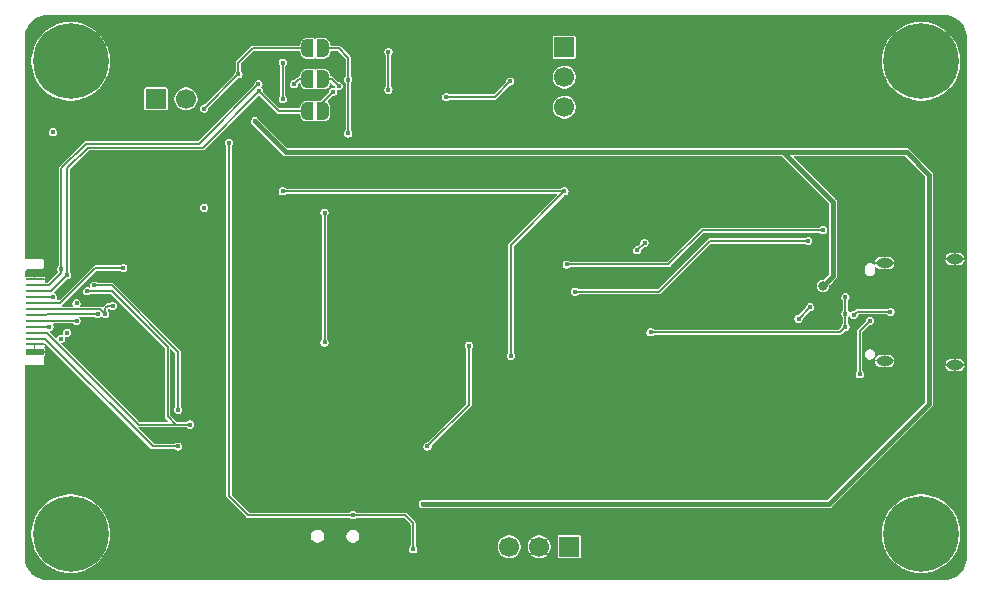
<source format=gbr>
%TF.GenerationSoftware,KiCad,Pcbnew,9.0.1+1*%
%TF.CreationDate,2025-09-07T19:59:54+00:00*%
%TF.ProjectId,ZSWatch-Dock,5a535761-7463-4682-9d44-6f636b2e6b69,+ (Unreleased)*%
%TF.SameCoordinates,Original*%
%TF.FileFunction,Copper,L4,Bot*%
%TF.FilePolarity,Positive*%
%FSLAX46Y46*%
G04 Gerber Fmt 4.6, Leading zero omitted, Abs format (unit mm)*
G04 Created by KiCad (PCBNEW 9.0.1+1) date 2025-09-07 19:59:54*
%MOMM*%
%LPD*%
G01*
G04 APERTURE LIST*
G04 Aperture macros list*
%AMFreePoly0*
4,1,23,0.500000,-0.750000,0.000000,-0.750000,0.000000,-0.745722,-0.065263,-0.745722,-0.191342,-0.711940,-0.304381,-0.646677,-0.396677,-0.554381,-0.461940,-0.441342,-0.495722,-0.315263,-0.495722,-0.250000,-0.500000,-0.250000,-0.500000,0.250000,-0.495722,0.250000,-0.495722,0.315263,-0.461940,0.441342,-0.396677,0.554381,-0.304381,0.646677,-0.191342,0.711940,-0.065263,0.745722,0.000000,0.745722,
0.000000,0.750000,0.500000,0.750000,0.500000,-0.750000,0.500000,-0.750000,$1*%
%AMFreePoly1*
4,1,23,0.000000,0.745722,0.065263,0.745722,0.191342,0.711940,0.304381,0.646677,0.396677,0.554381,0.461940,0.441342,0.495722,0.315263,0.495722,0.250000,0.500000,0.250000,0.500000,-0.250000,0.495722,-0.250000,0.495722,-0.315263,0.461940,-0.441342,0.396677,-0.554381,0.304381,-0.646677,0.191342,-0.711940,0.065263,-0.745722,0.000000,-0.745722,0.000000,-0.750000,-0.500000,-0.750000,
-0.500000,0.750000,0.000000,0.750000,0.000000,0.745722,0.000000,0.745722,$1*%
G04 Aperture macros list end*
%TA.AperFunction,ComponentPad*%
%ADD10C,0.800000*%
%TD*%
%TA.AperFunction,ComponentPad*%
%ADD11C,6.400000*%
%TD*%
%TA.AperFunction,HeatsinkPad*%
%ADD12O,1.400000X0.800000*%
%TD*%
%TA.AperFunction,ComponentPad*%
%ADD13R,1.700000X1.700000*%
%TD*%
%TA.AperFunction,ComponentPad*%
%ADD14C,1.700000*%
%TD*%
%TA.AperFunction,SMDPad,CuDef*%
%ADD15R,1.500000X0.250000*%
%TD*%
%TA.AperFunction,SMDPad,CuDef*%
%ADD16R,1.500000X0.500000*%
%TD*%
%TA.AperFunction,SMDPad,CuDef*%
%ADD17FreePoly0,180.000000*%
%TD*%
%TA.AperFunction,SMDPad,CuDef*%
%ADD18FreePoly1,180.000000*%
%TD*%
%TA.AperFunction,ViaPad*%
%ADD19C,0.450000*%
%TD*%
%TA.AperFunction,ViaPad*%
%ADD20C,0.800000*%
%TD*%
%TA.AperFunction,Conductor*%
%ADD21C,0.200000*%
%TD*%
%TA.AperFunction,Conductor*%
%ADD22C,0.170000*%
%TD*%
%TA.AperFunction,Conductor*%
%ADD23C,0.400000*%
%TD*%
G04 APERTURE END LIST*
D10*
%TO.P,REF\u002A\u002A,1*%
%TO.N,N/C*%
X241300000Y-167100000D03*
X242002944Y-165402944D03*
X242002944Y-168797056D03*
X243700000Y-164700000D03*
D11*
X243700000Y-167100000D03*
D10*
X243700000Y-169500000D03*
X245397056Y-165402944D03*
X245397056Y-168797056D03*
X246100000Y-167100000D03*
%TD*%
D12*
%TO.P,X403,S1,SHIELD*%
%TO.N,GND*%
X246565000Y-152810000D03*
X240615000Y-152450000D03*
X240615000Y-144190000D03*
X246565000Y-143830000D03*
%TD*%
D13*
%TO.P,X405,1,Pin_1*%
%TO.N,Net-(X405-Pin_1)*%
X178925000Y-130285000D03*
D14*
%TO.P,X405,2,Pin_2*%
%TO.N,Net-(Q401-D)*%
X181465000Y-130285000D03*
%TD*%
D13*
%TO.P,X402,1,Pin_1*%
%TO.N,RxD_{LV}*%
X213900000Y-168200000D03*
D14*
%TO.P,X402,2,Pin_2*%
%TO.N,GND*%
X211360000Y-168200000D03*
%TO.P,X402,3,Pin_3*%
%TO.N,TxD_{LV}*%
X208820000Y-168200000D03*
%TD*%
D10*
%TO.P,REF\u002A\u002A,1*%
%TO.N,N/C*%
X241300000Y-127100000D03*
X242002944Y-125402944D03*
X242002944Y-128797056D03*
X243700000Y-124700000D03*
D11*
X243700000Y-127100000D03*
D10*
X243700000Y-129500000D03*
X245397056Y-125402944D03*
X245397056Y-128797056D03*
X246100000Y-127100000D03*
%TD*%
%TO.P,REF\u002A\u002A,1*%
%TO.N,N/C*%
X169300000Y-167100000D03*
X170002944Y-165402944D03*
X170002944Y-168797056D03*
X171700000Y-164700000D03*
D11*
X171700000Y-167100000D03*
D10*
X171700000Y-169500000D03*
X173397056Y-165402944D03*
X173397056Y-168797056D03*
X174100000Y-167100000D03*
%TD*%
D15*
%TO.P,X404,B1,GND*%
%TO.N,GND*%
X168650000Y-145570000D03*
%TO.P,X404,B2,TX2+*%
%TO.N,SWDCLK_{LV}*%
X168650000Y-146070000D03*
%TO.P,X404,B3,TX2-*%
%TO.N,SWDIO_{LV}*%
X168650000Y-146570000D03*
%TO.P,X404,B4,VBUS*%
%TO.N,Net-(X405-Pin_1)*%
X168650000Y-147070000D03*
%TO.P,X404,B5,CC2*%
%TO.N,Net-(X404-CC2)*%
X168650000Y-147570000D03*
%TO.P,X404,B6,D+*%
%TO.N,/Project Architecture/Main/D_{2}+*%
X168650000Y-148070000D03*
%TO.P,X404,B7,D-*%
%TO.N,/Project Architecture/Main/D_{2}-*%
X168650000Y-148570000D03*
%TO.P,X404,B8,SBU2*%
%TO.N,RESETn_{LV}*%
X168650000Y-149070000D03*
%TO.P,X404,B9,VBUS*%
%TO.N,Net-(X405-Pin_1)*%
X168650000Y-149570000D03*
%TO.P,X404,B10,RX1-*%
%TO.N,TxD_{LV}*%
X168650000Y-150070000D03*
%TO.P,X404,B11,RX1+*%
%TO.N,RxD_{LV}*%
X168650000Y-150570000D03*
%TO.P,X404,B12,GND*%
%TO.N,GND*%
X168650000Y-151070000D03*
D16*
%TO.P,X404,S1,SHIELD*%
X168650000Y-151695000D03*
%TD*%
D13*
%TO.P,J402,1,Pin_1*%
%TO.N,+3V3*%
X213500000Y-125900000D03*
D14*
%TO.P,J402,2,Pin_2*%
%TO.N,Net-(D401-K)*%
X213500000Y-128440000D03*
%TO.P,J402,3,Pin_3*%
%TO.N,+1V8*%
X213500000Y-130980000D03*
%TD*%
D10*
%TO.P,REF\u002A\u002A,1*%
%TO.N,N/C*%
X169300000Y-127100000D03*
X170002944Y-125402944D03*
X170002944Y-128797056D03*
X171700000Y-124700000D03*
D11*
X171700000Y-127100000D03*
D10*
X171700000Y-129500000D03*
X173397056Y-125402944D03*
X173397056Y-128797056D03*
X174100000Y-127100000D03*
%TD*%
D17*
%TO.P,SB402,1,A*%
%TO.N,Net-(IC405-B3)*%
X193050000Y-128600000D03*
D18*
%TO.P,SB402,2,B*%
%TO.N,SWDCLK_{LV}*%
X191750000Y-128600000D03*
%TD*%
D17*
%TO.P,SB403,1,A*%
%TO.N,Net-(IC405-B4)*%
X193050000Y-131300000D03*
D18*
%TO.P,SB403,2,B*%
%TO.N,SWDIO_{LV}*%
X191750000Y-131300000D03*
%TD*%
D17*
%TO.P,SB401,1,A*%
%TO.N,RESETn*%
X193050000Y-126000000D03*
D18*
%TO.P,SB401,2,B*%
%TO.N,RESETn_{LV}*%
X191750000Y-126000000D03*
%TD*%
D19*
%TO.N,GND*%
X227375000Y-140925000D03*
X237000000Y-142800000D03*
X232865000Y-143300000D03*
X235562500Y-148462500D03*
X196600000Y-127200000D03*
X222200000Y-153000000D03*
X178700000Y-146500000D03*
X198600000Y-146850000D03*
X207640000Y-128000000D03*
X223925000Y-135775000D03*
X178125000Y-167525000D03*
X225800000Y-146725000D03*
X196175000Y-150700000D03*
X218825000Y-150900000D03*
X196412500Y-125200000D03*
X223125000Y-141475000D03*
X198150000Y-130950000D03*
X230000000Y-140700000D03*
X217450000Y-135925000D03*
X203300000Y-126300000D03*
X222450000Y-135725000D03*
X226600000Y-139700000D03*
X212175000Y-144900000D03*
X226600000Y-138200000D03*
X192287500Y-130000000D03*
X229200000Y-144600000D03*
X216050000Y-142725000D03*
X213725000Y-150300000D03*
X169750000Y-145150000D03*
X224150000Y-150900000D03*
X239520000Y-145820000D03*
X204700000Y-150475000D03*
X221600000Y-141500000D03*
X188000000Y-127200000D03*
X219700000Y-168412500D03*
X241400000Y-142100000D03*
X169800000Y-151500000D03*
X226475000Y-133300000D03*
X177000000Y-150200000D03*
X178605000Y-148337500D03*
X239325000Y-154600000D03*
X227500000Y-144525000D03*
X195500000Y-148250000D03*
X239570000Y-151070000D03*
X194850000Y-166700000D03*
%TO.N,+1V8*%
X189650000Y-138100000D03*
X189650000Y-130300000D03*
X189650000Y-127200000D03*
X213500000Y-138100000D03*
X208975000Y-152025000D03*
%TO.N,RESETn*%
X195200000Y-133200000D03*
X195200000Y-128642500D03*
X193200000Y-150900000D03*
X193200000Y-139900000D03*
%TO.N,USB-D-*%
X233325000Y-148900000D03*
X234300000Y-147925000D03*
%TO.N,SWDIO_{LV}*%
X187650000Y-129650000D03*
X171400000Y-145200000D03*
X171400000Y-150070000D03*
%TO.N,SWDCLK_{LV}*%
X170900000Y-144700000D03*
X190600000Y-129042500D03*
X170900000Y-150570000D03*
X187600000Y-129042500D03*
%TO.N,V_{Watch}*%
X187300000Y-132175000D03*
X201500000Y-164575000D03*
D20*
X235405000Y-146105000D03*
D19*
%TO.N,V_{BUS}*%
X237300000Y-147070000D03*
X237300000Y-148462500D03*
X220800000Y-150037500D03*
X237300000Y-149570000D03*
%TO.N,RESETn_{LV}*%
X172200000Y-149070000D03*
X172200000Y-147570000D03*
X183000000Y-131100000D03*
X185900000Y-128200000D03*
X183000000Y-139500000D03*
%TO.N,USB-2-D+*%
X220288842Y-142473658D03*
X219662500Y-143100000D03*
%TO.N,EN_{OC1}*%
X213700000Y-144300000D03*
X235400000Y-141400000D03*
%TO.N,TxD_{LV}*%
X173100000Y-146570000D03*
X181800000Y-157850000D03*
%TO.N,RxD_{LV}*%
X180800000Y-156600000D03*
X201900000Y-159700000D03*
X180800000Y-159700000D03*
X173700000Y-146070000D03*
X205425000Y-151175000D03*
%TO.N,Net-(D401-K)*%
X198600000Y-126300000D03*
X198600000Y-129500000D03*
%TO.N,Net-(D404-K)*%
X195600000Y-165540000D03*
X185100000Y-134000000D03*
X200700000Y-168412500D03*
%TO.N,Net-(IC405-B3)*%
X194400000Y-129200000D03*
%TO.N,Net-(IC405-B4)*%
X193900000Y-129700000D03*
%TO.N,Net-(IC407-OCS_{N1})*%
X234135000Y-142300000D03*
X214400000Y-146600000D03*
%TO.N,Net-(X401-SWCLK{slash}TCK)*%
X203500000Y-130125000D03*
X208910000Y-128800000D03*
%TO.N,Net-(X403-CC1)*%
X238500000Y-153600000D03*
X239370000Y-149070000D03*
%TO.N,Net-(X404-CC2)*%
X176150000Y-144600000D03*
%TO.N,Net-(X405-Pin_1)*%
X170200000Y-133100000D03*
X170200000Y-147070000D03*
X169900000Y-149570000D03*
%TO.N,/Project Architecture/Main/D+*%
X238000000Y-148570000D03*
X241100000Y-148320000D03*
%TO.N,/Project Architecture/Main/D_{2}+*%
X174622407Y-148507592D03*
X175262499Y-147800000D03*
%TO.N,/Project Architecture/Main/D_{2}-*%
X174007223Y-148507592D03*
%TD*%
D21*
%TO.N,+1V8*%
X213500000Y-138100000D02*
X208975000Y-142625000D01*
X189650000Y-130300000D02*
X189650000Y-127200000D01*
X208975000Y-142625000D02*
X208975000Y-152025000D01*
X189650000Y-138100000D02*
X213500000Y-138100000D01*
%TO.N,RESETn*%
X195200000Y-126800000D02*
X194400000Y-126000000D01*
X195200000Y-128642500D02*
X195200000Y-126800000D01*
X195200000Y-133200000D02*
X195200000Y-128642500D01*
X194400000Y-126000000D02*
X193050000Y-126000000D01*
X193200000Y-150900000D02*
X193200000Y-139900000D01*
D22*
%TO.N,USB-D-*%
X233325000Y-148900000D02*
X234300000Y-147925000D01*
D21*
%TO.N,SWDIO_{LV}*%
X171400000Y-145200000D02*
X171400000Y-136135034D01*
X187650000Y-129650000D02*
X189300000Y-131300000D01*
X182900000Y-134400000D02*
X187650000Y-129650000D01*
X173135034Y-134400000D02*
X182900000Y-134400000D01*
X171400000Y-145200000D02*
X170030000Y-146570000D01*
X189300000Y-131300000D02*
X191750000Y-131300000D01*
X171400000Y-136135034D02*
X173135034Y-134400000D01*
X170030000Y-146570000D02*
X168650000Y-146570000D01*
%TO.N,SWDCLK_{LV}*%
X170900000Y-136174000D02*
X173000000Y-134074000D01*
X170900000Y-144700000D02*
X170900000Y-136174000D01*
X190600000Y-129042500D02*
X191042500Y-128600000D01*
X170900000Y-145000000D02*
X169830000Y-146070000D01*
X170900000Y-144700000D02*
X170900000Y-145000000D01*
X169830000Y-146070000D02*
X168650000Y-146070000D01*
X191042500Y-128600000D02*
X191750000Y-128600000D01*
X182568500Y-134074000D02*
X187600000Y-129042500D01*
X173000000Y-134074000D02*
X182568500Y-134074000D01*
D23*
%TO.N,V_{Watch}*%
X189900000Y-134775000D02*
X187300000Y-132175000D01*
X235925000Y-164575000D02*
X201500000Y-164575000D01*
X244400000Y-156100000D02*
X235925000Y-164575000D01*
X232025000Y-134775000D02*
X189900000Y-134775000D01*
X236250000Y-139000000D02*
X236250000Y-145260000D01*
X242475000Y-134775000D02*
X244400000Y-136700000D01*
X232025000Y-134775000D02*
X236250000Y-139000000D01*
X236250000Y-145260000D02*
X235405000Y-146105000D01*
X244400000Y-136700000D02*
X244400000Y-156100000D01*
X232025000Y-134775000D02*
X242475000Y-134775000D01*
D21*
%TO.N,V_{BUS}*%
X237300000Y-147070000D02*
X237300000Y-148462500D01*
X237300000Y-148462500D02*
X237300000Y-149570000D01*
X220800000Y-150037500D02*
X236832500Y-150037500D01*
X236832500Y-150037500D02*
X237300000Y-149570000D01*
%TO.N,RESETn_{LV}*%
X172200000Y-149070000D02*
X168650000Y-149070000D01*
X187100000Y-126000000D02*
X191750000Y-126000000D01*
X185900000Y-127200000D02*
X187100000Y-126000000D01*
X183000000Y-131100000D02*
X185900000Y-128200000D01*
X185900000Y-128200000D02*
X185900000Y-127200000D01*
D22*
%TO.N,USB-2-D+*%
X220288842Y-142473658D02*
X219662500Y-143100000D01*
D21*
%TO.N,EN_{OC1}*%
X225200000Y-141400000D02*
X235400000Y-141400000D01*
X213700000Y-144300000D02*
X222300000Y-144300000D01*
X222300000Y-144300000D02*
X225200000Y-141400000D01*
%TO.N,TxD_{LV}*%
X169670000Y-150070000D02*
X177450000Y-157850000D01*
X173100000Y-146570000D02*
X175170000Y-146570000D01*
X175170000Y-146570000D02*
X179900000Y-151300000D01*
X168650000Y-150070000D02*
X169670000Y-150070000D01*
X177450000Y-157850000D02*
X180600000Y-157850000D01*
X179900000Y-157150000D02*
X180600000Y-157850000D01*
X179900000Y-151300000D02*
X179900000Y-157150000D01*
X180600000Y-157850000D02*
X181800000Y-157850000D01*
%TO.N,RxD_{LV}*%
X205425000Y-156175000D02*
X205425000Y-151175000D01*
X180800000Y-151700000D02*
X180800000Y-156600000D01*
X201900000Y-159700000D02*
X205425000Y-156175000D01*
X175170000Y-146070000D02*
X180800000Y-151700000D01*
X169507811Y-150570000D02*
X168650000Y-150570000D01*
X173700000Y-146070000D02*
X175170000Y-146070000D01*
X180800000Y-159700000D02*
X178637811Y-159700000D01*
X178637811Y-159700000D02*
X169507811Y-150570000D01*
%TO.N,Net-(D401-K)*%
X198600000Y-126300000D02*
X198600000Y-129500000D01*
%TO.N,Net-(D404-K)*%
X195600000Y-165540000D02*
X186740000Y-165540000D01*
X200040000Y-165540000D02*
X195600000Y-165540000D01*
X200700000Y-166200000D02*
X200040000Y-165540000D01*
X186740000Y-165540000D02*
X185100000Y-163900000D01*
X200700000Y-168412500D02*
X200700000Y-166200000D01*
X185100000Y-163900000D02*
X185100000Y-134000000D01*
%TO.N,Net-(IC405-B3)*%
X194400000Y-129200000D02*
X193800000Y-128600000D01*
X193800000Y-128600000D02*
X193050000Y-128600000D01*
%TO.N,Net-(IC405-B4)*%
X193050000Y-130550000D02*
X193050000Y-131300000D01*
X193900000Y-129700000D02*
X193050000Y-130550000D01*
%TO.N,Net-(IC407-OCS_{N1})*%
X221500000Y-146600000D02*
X225800000Y-142300000D01*
X214400000Y-146600000D02*
X221500000Y-146600000D01*
X225800000Y-142300000D02*
X234135000Y-142300000D01*
%TO.N,Net-(X401-SWCLK{slash}TCK)*%
X203500000Y-130125000D02*
X207585000Y-130125000D01*
X207585000Y-130125000D02*
X208910000Y-128800000D01*
%TO.N,Net-(X403-CC1)*%
X238500000Y-149940000D02*
X239370000Y-149070000D01*
X238500000Y-153600000D02*
X238500000Y-149940000D01*
%TO.N,Net-(X404-CC2)*%
X173800000Y-144600000D02*
X170830000Y-147570000D01*
X176150000Y-144600000D02*
X173800000Y-144600000D01*
X170830000Y-147570000D02*
X168650000Y-147570000D01*
%TO.N,Net-(X405-Pin_1)*%
X168650000Y-149570000D02*
X169900000Y-149570000D01*
X170200000Y-147070000D02*
X168650000Y-147070000D01*
D22*
%TO.N,/Project Architecture/Main/D+*%
X241100000Y-148320000D02*
X238250000Y-148320000D01*
X238250000Y-148320000D02*
X238000000Y-148570000D01*
%TO.N,/Project Architecture/Main/D_{2}+*%
X174622407Y-148507592D02*
X174184815Y-148070000D01*
X174184815Y-148070000D02*
X168650000Y-148070000D01*
X174622407Y-148507592D02*
X174622407Y-148012592D01*
X174834999Y-147800000D02*
X175262499Y-147800000D01*
X174622407Y-148012592D02*
X174834999Y-147800000D01*
%TO.N,/Project Architecture/Main/D_{2}-*%
X169637592Y-148570000D02*
X168650000Y-148570000D01*
X169700000Y-148507592D02*
X169637592Y-148570000D01*
X174007223Y-148507592D02*
X169700000Y-148507592D01*
%TD*%
%TA.AperFunction,Conductor*%
%TO.N,GND*%
G36*
X245702013Y-123200631D02*
G01*
X245943916Y-123216486D01*
X245951883Y-123217535D01*
X246187671Y-123264437D01*
X246195441Y-123266518D01*
X246423090Y-123343795D01*
X246430515Y-123346870D01*
X246646147Y-123453208D01*
X246653096Y-123457221D01*
X246852990Y-123590785D01*
X246859372Y-123595682D01*
X247040118Y-123754193D01*
X247045806Y-123759881D01*
X247204317Y-123940627D01*
X247209214Y-123947009D01*
X247342773Y-124146894D01*
X247346796Y-124153861D01*
X247453127Y-124369480D01*
X247456205Y-124376912D01*
X247533480Y-124604557D01*
X247535562Y-124612328D01*
X247582463Y-124848111D01*
X247583513Y-124856087D01*
X247599368Y-125097986D01*
X247599500Y-125102008D01*
X247599500Y-169097991D01*
X247599368Y-169102013D01*
X247583513Y-169343912D01*
X247582463Y-169351888D01*
X247535562Y-169587671D01*
X247533480Y-169595442D01*
X247456205Y-169823087D01*
X247453127Y-169830519D01*
X247346796Y-170046138D01*
X247342773Y-170053105D01*
X247209214Y-170252990D01*
X247204317Y-170259372D01*
X247045806Y-170440118D01*
X247040118Y-170445806D01*
X246859372Y-170604317D01*
X246852990Y-170609214D01*
X246653105Y-170742773D01*
X246646138Y-170746796D01*
X246430519Y-170853127D01*
X246423087Y-170856205D01*
X246195442Y-170933480D01*
X246187671Y-170935562D01*
X245951888Y-170982463D01*
X245943912Y-170983513D01*
X245702014Y-170999368D01*
X245697992Y-170999500D01*
X169702008Y-170999500D01*
X169697986Y-170999368D01*
X169456087Y-170983513D01*
X169448111Y-170982463D01*
X169212328Y-170935562D01*
X169204557Y-170933480D01*
X168976912Y-170856205D01*
X168969480Y-170853127D01*
X168858815Y-170798553D01*
X168753858Y-170746794D01*
X168746898Y-170742775D01*
X168547009Y-170609214D01*
X168540627Y-170604317D01*
X168359881Y-170445806D01*
X168354193Y-170440118D01*
X168300889Y-170379337D01*
X168195680Y-170259369D01*
X168190785Y-170252990D01*
X168057221Y-170053096D01*
X168053208Y-170046147D01*
X167946870Y-169830515D01*
X167943794Y-169823087D01*
X167927229Y-169774289D01*
X167866518Y-169595441D01*
X167864437Y-169587671D01*
X167860326Y-169567005D01*
X167817535Y-169351883D01*
X167816486Y-169343912D01*
X167805415Y-169174999D01*
X167800632Y-169102013D01*
X167800500Y-169097991D01*
X167800500Y-166936628D01*
X168374500Y-166936628D01*
X168374500Y-167263371D01*
X168406525Y-167588536D01*
X168406528Y-167588554D01*
X168470267Y-167908996D01*
X168565116Y-168221670D01*
X168565118Y-168221675D01*
X168565119Y-168221678D01*
X168595938Y-168296081D01*
X168690158Y-168523550D01*
X168844174Y-168811696D01*
X168844185Y-168811714D01*
X169025710Y-169083385D01*
X169232992Y-169335960D01*
X169464039Y-169567007D01*
X169716614Y-169774289D01*
X169800768Y-169830519D01*
X169988289Y-169955817D01*
X169988296Y-169955820D01*
X169988303Y-169955825D01*
X170164026Y-170049750D01*
X170276451Y-170109842D01*
X170578322Y-170234881D01*
X170890995Y-170329730D01*
X170890999Y-170329730D01*
X170891003Y-170329732D01*
X171100904Y-170371483D01*
X171211459Y-170393474D01*
X171471595Y-170419094D01*
X171536628Y-170425500D01*
X171536629Y-170425500D01*
X171863372Y-170425500D01*
X171917566Y-170420162D01*
X172188541Y-170393474D01*
X172401250Y-170351163D01*
X172508996Y-170329732D01*
X172508998Y-170329731D01*
X172509005Y-170329730D01*
X172821678Y-170234881D01*
X173123549Y-170109842D01*
X173411711Y-169955817D01*
X173683387Y-169774288D01*
X173935963Y-169567005D01*
X174167005Y-169335963D01*
X174374288Y-169083387D01*
X174555817Y-168811711D01*
X174709842Y-168523549D01*
X174834881Y-168221678D01*
X174929730Y-167909005D01*
X174948830Y-167812985D01*
X174963246Y-167740509D01*
X174993474Y-167588541D01*
X175025500Y-167263371D01*
X175025500Y-167227522D01*
X192049500Y-167227522D01*
X192049500Y-167372477D01*
X192087014Y-167512480D01*
X192087015Y-167512482D01*
X192087016Y-167512485D01*
X192159491Y-167638015D01*
X192261985Y-167740509D01*
X192387515Y-167812984D01*
X192387519Y-167812985D01*
X192527523Y-167850500D01*
X192527525Y-167850500D01*
X192672476Y-167850500D01*
X192734206Y-167833958D01*
X192812485Y-167812984D01*
X192938015Y-167740509D01*
X193040509Y-167638015D01*
X193112984Y-167512485D01*
X193131796Y-167442277D01*
X193150500Y-167372477D01*
X193150500Y-167227522D01*
X195049500Y-167227522D01*
X195049500Y-167372477D01*
X195087014Y-167512480D01*
X195087015Y-167512482D01*
X195087016Y-167512485D01*
X195159491Y-167638015D01*
X195261985Y-167740509D01*
X195387515Y-167812984D01*
X195387519Y-167812985D01*
X195527523Y-167850500D01*
X195527525Y-167850500D01*
X195672476Y-167850500D01*
X195734206Y-167833958D01*
X195812485Y-167812984D01*
X195938015Y-167740509D01*
X196040509Y-167638015D01*
X196112984Y-167512485D01*
X196131796Y-167442277D01*
X196150500Y-167372477D01*
X196150500Y-167227522D01*
X196112985Y-167087519D01*
X196112984Y-167087515D01*
X196040509Y-166961985D01*
X195938015Y-166859491D01*
X195812485Y-166787016D01*
X195812482Y-166787015D01*
X195812480Y-166787014D01*
X195672477Y-166749500D01*
X195672475Y-166749500D01*
X195527525Y-166749500D01*
X195527523Y-166749500D01*
X195387519Y-166787014D01*
X195387515Y-166787016D01*
X195261986Y-166859490D01*
X195261981Y-166859494D01*
X195159494Y-166961981D01*
X195159490Y-166961986D01*
X195087016Y-167087515D01*
X195087014Y-167087519D01*
X195049500Y-167227522D01*
X193150500Y-167227522D01*
X193112985Y-167087519D01*
X193112984Y-167087515D01*
X193040509Y-166961985D01*
X192938015Y-166859491D01*
X192812485Y-166787016D01*
X192812482Y-166787015D01*
X192812480Y-166787014D01*
X192672477Y-166749500D01*
X192672475Y-166749500D01*
X192527525Y-166749500D01*
X192527523Y-166749500D01*
X192387519Y-166787014D01*
X192387515Y-166787016D01*
X192261986Y-166859490D01*
X192261981Y-166859494D01*
X192159494Y-166961981D01*
X192159490Y-166961986D01*
X192087016Y-167087515D01*
X192087014Y-167087519D01*
X192049500Y-167227522D01*
X175025500Y-167227522D01*
X175025500Y-166936629D01*
X174993474Y-166611459D01*
X174971483Y-166500904D01*
X174929732Y-166291003D01*
X174924996Y-166275392D01*
X174834881Y-165978322D01*
X174709842Y-165676451D01*
X174573256Y-165420915D01*
X174555825Y-165388303D01*
X174555820Y-165388296D01*
X174555817Y-165388289D01*
X174374288Y-165116613D01*
X174167007Y-164864039D01*
X173935960Y-164632992D01*
X173683385Y-164425710D01*
X173411714Y-164244185D01*
X173411696Y-164244174D01*
X173123550Y-164090158D01*
X172914241Y-164003460D01*
X172821678Y-163965119D01*
X172821675Y-163965118D01*
X172821670Y-163965116D01*
X172508996Y-163870267D01*
X172188554Y-163806528D01*
X172188536Y-163806525D01*
X171863372Y-163774500D01*
X171863371Y-163774500D01*
X171536629Y-163774500D01*
X171536628Y-163774500D01*
X171211463Y-163806525D01*
X171211445Y-163806528D01*
X170891003Y-163870267D01*
X170578329Y-163965116D01*
X170276449Y-164090158D01*
X169988303Y-164244174D01*
X169988285Y-164244185D01*
X169716614Y-164425710D01*
X169464039Y-164632992D01*
X169232992Y-164864039D01*
X169025710Y-165116614D01*
X168844185Y-165388285D01*
X168844174Y-165388303D01*
X168690158Y-165676449D01*
X168565116Y-165978329D01*
X168470267Y-166291003D01*
X168406528Y-166611445D01*
X168406525Y-166611463D01*
X168374500Y-166936628D01*
X167800500Y-166936628D01*
X167800500Y-152882000D01*
X167818513Y-152838513D01*
X167862000Y-152820500D01*
X169319990Y-152820500D01*
X169319991Y-152820500D01*
X169356929Y-152805200D01*
X169385200Y-152776929D01*
X169400500Y-152739991D01*
X169400500Y-152122821D01*
X169418513Y-152079334D01*
X169443547Y-152065956D01*
X169443178Y-152065065D01*
X169448774Y-152062747D01*
X169490119Y-152035120D01*
X169490120Y-152035119D01*
X169517749Y-151993771D01*
X169524999Y-151957318D01*
X169525000Y-151957314D01*
X169525000Y-151757500D01*
X168711500Y-151757500D01*
X168668013Y-151739487D01*
X168650000Y-151696000D01*
X168650000Y-151695000D01*
X168649000Y-151695000D01*
X168605513Y-151676987D01*
X168587500Y-151633500D01*
X168587500Y-151632500D01*
X168712500Y-151632500D01*
X169524999Y-151632500D01*
X169524999Y-151432689D01*
X169517747Y-151396225D01*
X169489644Y-151354167D01*
X169480461Y-151308002D01*
X169489645Y-151285830D01*
X169517748Y-151243771D01*
X169517749Y-151243771D01*
X169524999Y-151207318D01*
X169525000Y-151207314D01*
X169525000Y-151132500D01*
X168712500Y-151132500D01*
X168712500Y-151632500D01*
X168587500Y-151632500D01*
X168587500Y-151131500D01*
X168605513Y-151088013D01*
X168649000Y-151070000D01*
X168650000Y-151070000D01*
X168650000Y-151069000D01*
X168668013Y-151025513D01*
X168711500Y-151007500D01*
X169524998Y-151007500D01*
X169532214Y-151000284D01*
X169575701Y-150982270D01*
X169619188Y-151000282D01*
X178443129Y-159824223D01*
X178443142Y-159824238D01*
X178510074Y-159891169D01*
X178510075Y-159891170D01*
X178544406Y-159905390D01*
X178592957Y-159925501D01*
X178592960Y-159925501D01*
X178689823Y-159925501D01*
X178689831Y-159925500D01*
X180504345Y-159925500D01*
X180547832Y-159943513D01*
X180584788Y-159980469D01*
X180584791Y-159980471D01*
X180584794Y-159980473D01*
X180664706Y-160026611D01*
X180664708Y-160026612D01*
X180664712Y-160026614D01*
X180664716Y-160026615D01*
X180753854Y-160050500D01*
X180753856Y-160050500D01*
X180846145Y-160050500D01*
X180885448Y-160039968D01*
X180935288Y-160026614D01*
X181015212Y-159980469D01*
X181080469Y-159915212D01*
X181126614Y-159835288D01*
X181135882Y-159800698D01*
X181150500Y-159746146D01*
X181150500Y-159653853D01*
X181126615Y-159564716D01*
X181126614Y-159564712D01*
X181126611Y-159564706D01*
X181080473Y-159484794D01*
X181080471Y-159484791D01*
X181080469Y-159484788D01*
X181015212Y-159419531D01*
X181015209Y-159419529D01*
X181015205Y-159419526D01*
X180935293Y-159373388D01*
X180935283Y-159373384D01*
X180846146Y-159349500D01*
X180846144Y-159349500D01*
X180753856Y-159349500D01*
X180753854Y-159349500D01*
X180664716Y-159373384D01*
X180664706Y-159373388D01*
X180584794Y-159419526D01*
X180584784Y-159419534D01*
X180547832Y-159456487D01*
X180504345Y-159474500D01*
X178756690Y-159474500D01*
X178713203Y-159456487D01*
X177437204Y-158180488D01*
X177428463Y-158159387D01*
X177419191Y-158137004D01*
X177419191Y-158137001D01*
X177428461Y-158114619D01*
X177437202Y-158093516D01*
X177437204Y-158093514D01*
X177480688Y-158075501D01*
X177494855Y-158075501D01*
X177494856Y-158075500D01*
X177502017Y-158075500D01*
X180555145Y-158075500D01*
X181504345Y-158075500D01*
X181547832Y-158093513D01*
X181584788Y-158130469D01*
X181584791Y-158130471D01*
X181584794Y-158130473D01*
X181664706Y-158176611D01*
X181664708Y-158176612D01*
X181664712Y-158176614D01*
X181664716Y-158176615D01*
X181753854Y-158200500D01*
X181753856Y-158200500D01*
X181846145Y-158200500D01*
X181885448Y-158189968D01*
X181935288Y-158176614D01*
X182015212Y-158130469D01*
X182080469Y-158065212D01*
X182126614Y-157985288D01*
X182135882Y-157950698D01*
X182150500Y-157896146D01*
X182150500Y-157803853D01*
X182126615Y-157714716D01*
X182126614Y-157714712D01*
X182126611Y-157714706D01*
X182080473Y-157634794D01*
X182080471Y-157634791D01*
X182080469Y-157634788D01*
X182015212Y-157569531D01*
X182015209Y-157569529D01*
X182015205Y-157569526D01*
X181935293Y-157523388D01*
X181935283Y-157523384D01*
X181846146Y-157499500D01*
X181846144Y-157499500D01*
X181753856Y-157499500D01*
X181753854Y-157499500D01*
X181664716Y-157523384D01*
X181664706Y-157523388D01*
X181584794Y-157569526D01*
X181584784Y-157569534D01*
X181547832Y-157606487D01*
X181504345Y-157624500D01*
X180718880Y-157624500D01*
X180675393Y-157606487D01*
X180143513Y-157074607D01*
X180125500Y-157031120D01*
X180125500Y-151492879D01*
X180143513Y-151449392D01*
X180187000Y-151431379D01*
X180230487Y-151449392D01*
X180556487Y-151775392D01*
X180574500Y-151818879D01*
X180574500Y-156304345D01*
X180556487Y-156347832D01*
X180519534Y-156384784D01*
X180519526Y-156384794D01*
X180473388Y-156464706D01*
X180473384Y-156464716D01*
X180449500Y-156553853D01*
X180449500Y-156646146D01*
X180473384Y-156735283D01*
X180473388Y-156735293D01*
X180519526Y-156815205D01*
X180519529Y-156815209D01*
X180519531Y-156815212D01*
X180584788Y-156880469D01*
X180584791Y-156880471D01*
X180584794Y-156880473D01*
X180664706Y-156926611D01*
X180664708Y-156926612D01*
X180664712Y-156926614D01*
X180664716Y-156926615D01*
X180753854Y-156950500D01*
X180753856Y-156950500D01*
X180846145Y-156950500D01*
X180885448Y-156939968D01*
X180935288Y-156926614D01*
X181015212Y-156880469D01*
X181080469Y-156815212D01*
X181126614Y-156735288D01*
X181135882Y-156700698D01*
X181150500Y-156646146D01*
X181150500Y-156553853D01*
X181126615Y-156464716D01*
X181126614Y-156464712D01*
X181126611Y-156464706D01*
X181080473Y-156384794D01*
X181080471Y-156384791D01*
X181080469Y-156384788D01*
X181043513Y-156347832D01*
X181025500Y-156304345D01*
X181025500Y-151655145D01*
X180991170Y-151572264D01*
X180927736Y-151508830D01*
X180927735Y-151508829D01*
X175369820Y-145950914D01*
X175297735Y-145878829D01*
X175273460Y-145868774D01*
X175214858Y-145844499D01*
X175214855Y-145844499D01*
X175125145Y-145844499D01*
X175117988Y-145844499D01*
X175117980Y-145844500D01*
X173995655Y-145844500D01*
X173952168Y-145826487D01*
X173915215Y-145789534D01*
X173915212Y-145789531D01*
X173915209Y-145789529D01*
X173915205Y-145789526D01*
X173835293Y-145743388D01*
X173835283Y-145743384D01*
X173746146Y-145719500D01*
X173746144Y-145719500D01*
X173653856Y-145719500D01*
X173653854Y-145719500D01*
X173564716Y-145743384D01*
X173564706Y-145743388D01*
X173484794Y-145789526D01*
X173484784Y-145789534D01*
X173419534Y-145854784D01*
X173419526Y-145854794D01*
X173373388Y-145934706D01*
X173373384Y-145934716D01*
X173349500Y-146023853D01*
X173349500Y-146116146D01*
X173372308Y-146201266D01*
X173366165Y-146247934D01*
X173328822Y-146276588D01*
X173282154Y-146270445D01*
X173282154Y-146270444D01*
X173235293Y-146243388D01*
X173235283Y-146243384D01*
X173146146Y-146219500D01*
X173146144Y-146219500D01*
X173053856Y-146219500D01*
X173053854Y-146219500D01*
X172964716Y-146243384D01*
X172964706Y-146243388D01*
X172884794Y-146289526D01*
X172884784Y-146289534D01*
X172819534Y-146354784D01*
X172819526Y-146354794D01*
X172773388Y-146434706D01*
X172773384Y-146434716D01*
X172749500Y-146523853D01*
X172749500Y-146616146D01*
X172773384Y-146705283D01*
X172773388Y-146705293D01*
X172819526Y-146785205D01*
X172819529Y-146785209D01*
X172819531Y-146785212D01*
X172884788Y-146850469D01*
X172884791Y-146850471D01*
X172884794Y-146850473D01*
X172964706Y-146896611D01*
X172964708Y-146896612D01*
X172964712Y-146896614D01*
X172964716Y-146896615D01*
X173053854Y-146920500D01*
X173053856Y-146920500D01*
X173146145Y-146920500D01*
X173185448Y-146909968D01*
X173235288Y-146896614D01*
X173315212Y-146850469D01*
X173352168Y-146813513D01*
X173395655Y-146795500D01*
X175051121Y-146795500D01*
X175094608Y-146813513D01*
X179656487Y-151375392D01*
X179674500Y-151418879D01*
X179674500Y-157100180D01*
X179674499Y-157100194D01*
X179674499Y-157194858D01*
X179698774Y-157253460D01*
X179708829Y-157277735D01*
X179780913Y-157349819D01*
X179780915Y-157349820D01*
X179950608Y-157519513D01*
X179968621Y-157563000D01*
X179950608Y-157606487D01*
X179907121Y-157624500D01*
X177568879Y-157624500D01*
X177525392Y-157606487D01*
X170937283Y-151018378D01*
X170919270Y-150974891D01*
X170937283Y-150931404D01*
X170964849Y-150915487D01*
X171035288Y-150896614D01*
X171115212Y-150850469D01*
X171180469Y-150785212D01*
X171226614Y-150705288D01*
X171246836Y-150629819D01*
X171250500Y-150616146D01*
X171250500Y-150523853D01*
X171240239Y-150485561D01*
X171246382Y-150438894D01*
X171283725Y-150410239D01*
X171315561Y-150410239D01*
X171353854Y-150420500D01*
X171353856Y-150420500D01*
X171446145Y-150420500D01*
X171485448Y-150409968D01*
X171535288Y-150396614D01*
X171615212Y-150350469D01*
X171680469Y-150285212D01*
X171726614Y-150205288D01*
X171740239Y-150154439D01*
X171750500Y-150116146D01*
X171750500Y-150023853D01*
X171726615Y-149934716D01*
X171726614Y-149934712D01*
X171726611Y-149934706D01*
X171680473Y-149854794D01*
X171680471Y-149854791D01*
X171680469Y-149854788D01*
X171615212Y-149789531D01*
X171615209Y-149789529D01*
X171615205Y-149789526D01*
X171535293Y-149743388D01*
X171535283Y-149743384D01*
X171446146Y-149719500D01*
X171446144Y-149719500D01*
X171353856Y-149719500D01*
X171353854Y-149719500D01*
X171264716Y-149743384D01*
X171264706Y-149743388D01*
X171184794Y-149789526D01*
X171184784Y-149789534D01*
X171119534Y-149854784D01*
X171119526Y-149854794D01*
X171073388Y-149934706D01*
X171073384Y-149934716D01*
X171049500Y-150023853D01*
X171049500Y-150116143D01*
X171059761Y-150154439D01*
X171053616Y-150201106D01*
X171016273Y-150229761D01*
X170984439Y-150229761D01*
X170946144Y-150219500D01*
X170853856Y-150219500D01*
X170853854Y-150219500D01*
X170764716Y-150243384D01*
X170764706Y-150243388D01*
X170684794Y-150289526D01*
X170684784Y-150289534D01*
X170619534Y-150354784D01*
X170619526Y-150354794D01*
X170573388Y-150434706D01*
X170573384Y-150434716D01*
X170554512Y-150505147D01*
X170525857Y-150542490D01*
X170479190Y-150548633D01*
X170451621Y-150532716D01*
X169937283Y-150018378D01*
X169919270Y-149974891D01*
X169937283Y-149931404D01*
X169964849Y-149915487D01*
X170035288Y-149896614D01*
X170115212Y-149850469D01*
X170180469Y-149785212D01*
X170226614Y-149705288D01*
X170249572Y-149619608D01*
X170250500Y-149616146D01*
X170250500Y-149523853D01*
X170226615Y-149434716D01*
X170226614Y-149434712D01*
X170199499Y-149387749D01*
X170193355Y-149341083D01*
X170222009Y-149303740D01*
X170252760Y-149295500D01*
X171904345Y-149295500D01*
X171947832Y-149313513D01*
X171984788Y-149350469D01*
X171984791Y-149350471D01*
X171984794Y-149350473D01*
X172064706Y-149396611D01*
X172064708Y-149396612D01*
X172064712Y-149396614D01*
X172064716Y-149396615D01*
X172153854Y-149420500D01*
X172153856Y-149420500D01*
X172246145Y-149420500D01*
X172285448Y-149409968D01*
X172335288Y-149396614D01*
X172415212Y-149350469D01*
X172480469Y-149285212D01*
X172526614Y-149205288D01*
X172535882Y-149170698D01*
X172550500Y-149116146D01*
X172550500Y-149023853D01*
X172526615Y-148934716D01*
X172526614Y-148934712D01*
X172518409Y-148920500D01*
X172480473Y-148854794D01*
X172480471Y-148854791D01*
X172480469Y-148854788D01*
X172448760Y-148823079D01*
X172430747Y-148779592D01*
X172448760Y-148736105D01*
X172492247Y-148718092D01*
X173696568Y-148718092D01*
X173740055Y-148736105D01*
X173792011Y-148788061D01*
X173792014Y-148788063D01*
X173792017Y-148788065D01*
X173871929Y-148834203D01*
X173871931Y-148834204D01*
X173871935Y-148834206D01*
X173871939Y-148834207D01*
X173961077Y-148858092D01*
X173961079Y-148858092D01*
X174053368Y-148858092D01*
X174104093Y-148844500D01*
X174142511Y-148834206D01*
X174222435Y-148788061D01*
X174271328Y-148739168D01*
X174314815Y-148721155D01*
X174358302Y-148739168D01*
X174407195Y-148788061D01*
X174407198Y-148788063D01*
X174407201Y-148788065D01*
X174487113Y-148834203D01*
X174487115Y-148834204D01*
X174487119Y-148834206D01*
X174487123Y-148834207D01*
X174576261Y-148858092D01*
X174576263Y-148858092D01*
X174668552Y-148858092D01*
X174719277Y-148844500D01*
X174757695Y-148834206D01*
X174837619Y-148788061D01*
X174902876Y-148722804D01*
X174949021Y-148642880D01*
X174962654Y-148592000D01*
X174972907Y-148553738D01*
X174972907Y-148461445D01*
X174949022Y-148372308D01*
X174949021Y-148372304D01*
X174949018Y-148372298D01*
X174902880Y-148292386D01*
X174902878Y-148292383D01*
X174902876Y-148292380D01*
X174850920Y-148240424D01*
X174832907Y-148196937D01*
X174832907Y-148125258D01*
X174850920Y-148081771D01*
X174904178Y-148028513D01*
X174947665Y-148010500D01*
X174951844Y-148010500D01*
X174995331Y-148028513D01*
X175047287Y-148080469D01*
X175047290Y-148080471D01*
X175047293Y-148080473D01*
X175127205Y-148126611D01*
X175127207Y-148126612D01*
X175127211Y-148126614D01*
X175127215Y-148126615D01*
X175216353Y-148150500D01*
X175216355Y-148150500D01*
X175308644Y-148150500D01*
X175347947Y-148139968D01*
X175397787Y-148126614D01*
X175477711Y-148080469D01*
X175542968Y-148015212D01*
X175589113Y-147935288D01*
X175604235Y-147878853D01*
X175612999Y-147846146D01*
X175612999Y-147753853D01*
X175589114Y-147664716D01*
X175589113Y-147664712D01*
X175577463Y-147644534D01*
X175542972Y-147584794D01*
X175542970Y-147584791D01*
X175542968Y-147584788D01*
X175477711Y-147519531D01*
X175477708Y-147519529D01*
X175477704Y-147519526D01*
X175397792Y-147473388D01*
X175397782Y-147473384D01*
X175308645Y-147449500D01*
X175308643Y-147449500D01*
X175216355Y-147449500D01*
X175216353Y-147449500D01*
X175127215Y-147473384D01*
X175127205Y-147473388D01*
X175047293Y-147519526D01*
X175047283Y-147519534D01*
X174995331Y-147571487D01*
X174951844Y-147589500D01*
X174793127Y-147589500D01*
X174715759Y-147621547D01*
X174443952Y-147893354D01*
X174438727Y-147905968D01*
X174405441Y-147939249D01*
X174358371Y-147939246D01*
X174338423Y-147925916D01*
X174304054Y-147891547D01*
X174226686Y-147859500D01*
X172544100Y-147859500D01*
X172500613Y-147841487D01*
X172482600Y-147798000D01*
X172490840Y-147767250D01*
X172526611Y-147705293D01*
X172526610Y-147705293D01*
X172526614Y-147705288D01*
X172542895Y-147644526D01*
X172550500Y-147616146D01*
X172550500Y-147523853D01*
X172526615Y-147434716D01*
X172526614Y-147434712D01*
X172526611Y-147434706D01*
X172480473Y-147354794D01*
X172480471Y-147354791D01*
X172480469Y-147354788D01*
X172415212Y-147289531D01*
X172415209Y-147289529D01*
X172415205Y-147289526D01*
X172335293Y-147243388D01*
X172335283Y-147243384D01*
X172246146Y-147219500D01*
X172246144Y-147219500D01*
X172153856Y-147219500D01*
X172153854Y-147219500D01*
X172064716Y-147243384D01*
X172064706Y-147243388D01*
X171984794Y-147289526D01*
X171984784Y-147289534D01*
X171919534Y-147354784D01*
X171919526Y-147354794D01*
X171873388Y-147434706D01*
X171873384Y-147434716D01*
X171849500Y-147523853D01*
X171849500Y-147616146D01*
X171873384Y-147705283D01*
X171873388Y-147705293D01*
X171909160Y-147767250D01*
X171915305Y-147813917D01*
X171886650Y-147851260D01*
X171855900Y-147859500D01*
X171007880Y-147859500D01*
X170987987Y-147851260D01*
X170964394Y-147841488D01*
X170964393Y-147841487D01*
X170952973Y-147813917D01*
X170946380Y-147798001D01*
X170946380Y-147798000D01*
X170964392Y-147754514D01*
X170965053Y-147753853D01*
X171021170Y-147697736D01*
X171021170Y-147697734D01*
X173875393Y-144843513D01*
X173918880Y-144825500D01*
X175854345Y-144825500D01*
X175897832Y-144843513D01*
X175934788Y-144880469D01*
X175934791Y-144880471D01*
X175934794Y-144880473D01*
X176014706Y-144926611D01*
X176014708Y-144926612D01*
X176014712Y-144926614D01*
X176014716Y-144926615D01*
X176103854Y-144950500D01*
X176103856Y-144950500D01*
X176196145Y-144950500D01*
X176241347Y-144938388D01*
X176285288Y-144926614D01*
X176365212Y-144880469D01*
X176430469Y-144815212D01*
X176476614Y-144735288D01*
X176487565Y-144694419D01*
X176500500Y-144646146D01*
X176500500Y-144553853D01*
X176476615Y-144464716D01*
X176476614Y-144464712D01*
X176476611Y-144464706D01*
X176430473Y-144384794D01*
X176430471Y-144384791D01*
X176430469Y-144384788D01*
X176365212Y-144319531D01*
X176365209Y-144319529D01*
X176365205Y-144319526D01*
X176285293Y-144273388D01*
X176285283Y-144273384D01*
X176196146Y-144249500D01*
X176196144Y-144249500D01*
X176103856Y-144249500D01*
X176103854Y-144249500D01*
X176014716Y-144273384D01*
X176014706Y-144273388D01*
X175934794Y-144319526D01*
X175934784Y-144319534D01*
X175897832Y-144356487D01*
X175854345Y-144374500D01*
X173755144Y-144374500D01*
X173672263Y-144408830D01*
X170754608Y-147326487D01*
X170711121Y-147344500D01*
X170552760Y-147344500D01*
X170509273Y-147326487D01*
X170491260Y-147283000D01*
X170499499Y-147252250D01*
X170526614Y-147205288D01*
X170535882Y-147170698D01*
X170550500Y-147116146D01*
X170550500Y-147023853D01*
X170526615Y-146934716D01*
X170526614Y-146934712D01*
X170526611Y-146934706D01*
X170480473Y-146854794D01*
X170480471Y-146854791D01*
X170480469Y-146854788D01*
X170415212Y-146789531D01*
X170415209Y-146789529D01*
X170415205Y-146789526D01*
X170335293Y-146743388D01*
X170335289Y-146743386D01*
X170335288Y-146743386D01*
X170333453Y-146742894D01*
X170312171Y-146737191D01*
X170274828Y-146708535D01*
X170268686Y-146661868D01*
X170284601Y-146634302D01*
X171350392Y-145568513D01*
X171393879Y-145550500D01*
X171446145Y-145550500D01*
X171485448Y-145539968D01*
X171535288Y-145526614D01*
X171615212Y-145480469D01*
X171680469Y-145415212D01*
X171726614Y-145335288D01*
X171746143Y-145262405D01*
X171750500Y-145246146D01*
X171750500Y-145153853D01*
X171726615Y-145064716D01*
X171726614Y-145064712D01*
X171709019Y-145034237D01*
X171680473Y-144984794D01*
X171680471Y-144984791D01*
X171680469Y-144984788D01*
X171643513Y-144947832D01*
X171625500Y-144904345D01*
X171625500Y-139453853D01*
X182649500Y-139453853D01*
X182649500Y-139546146D01*
X182673384Y-139635283D01*
X182673388Y-139635293D01*
X182719526Y-139715205D01*
X182719529Y-139715209D01*
X182719531Y-139715212D01*
X182784788Y-139780469D01*
X182784791Y-139780471D01*
X182784794Y-139780473D01*
X182864706Y-139826611D01*
X182864708Y-139826612D01*
X182864712Y-139826614D01*
X182864716Y-139826615D01*
X182953854Y-139850500D01*
X182953856Y-139850500D01*
X183046145Y-139850500D01*
X183085448Y-139839968D01*
X183135288Y-139826614D01*
X183215212Y-139780469D01*
X183280469Y-139715212D01*
X183326614Y-139635288D01*
X183349601Y-139549500D01*
X183350500Y-139546146D01*
X183350500Y-139453853D01*
X183326615Y-139364716D01*
X183326614Y-139364712D01*
X183326611Y-139364706D01*
X183280473Y-139284794D01*
X183280471Y-139284791D01*
X183280469Y-139284788D01*
X183215212Y-139219531D01*
X183215209Y-139219529D01*
X183215205Y-139219526D01*
X183135293Y-139173388D01*
X183135283Y-139173384D01*
X183046146Y-139149500D01*
X183046144Y-139149500D01*
X182953856Y-139149500D01*
X182953854Y-139149500D01*
X182864716Y-139173384D01*
X182864706Y-139173388D01*
X182784794Y-139219526D01*
X182784784Y-139219534D01*
X182719534Y-139284784D01*
X182719526Y-139284794D01*
X182673388Y-139364706D01*
X182673384Y-139364716D01*
X182649500Y-139453853D01*
X171625500Y-139453853D01*
X171625500Y-136253913D01*
X171643513Y-136210426D01*
X173210426Y-134643513D01*
X173253913Y-134625500D01*
X182847980Y-134625500D01*
X182847988Y-134625501D01*
X182855145Y-134625501D01*
X182944854Y-134625501D01*
X182944855Y-134625501D01*
X183003460Y-134601225D01*
X183027736Y-134591170D01*
X183091170Y-134527736D01*
X183091170Y-134527735D01*
X183099817Y-134519088D01*
X183099818Y-134519085D01*
X183665050Y-133953853D01*
X184749500Y-133953853D01*
X184749500Y-134046146D01*
X184773384Y-134135283D01*
X184773388Y-134135293D01*
X184819526Y-134215205D01*
X184819529Y-134215209D01*
X184819531Y-134215212D01*
X184819534Y-134215215D01*
X184856487Y-134252168D01*
X184874500Y-134295655D01*
X184874500Y-163850180D01*
X184874499Y-163850194D01*
X184874499Y-163944858D01*
X184898774Y-164003460D01*
X184908829Y-164027735D01*
X184980913Y-164099819D01*
X184980915Y-164099820D01*
X186545318Y-165664223D01*
X186545331Y-165664238D01*
X186612263Y-165731169D01*
X186612264Y-165731170D01*
X186695145Y-165765500D01*
X186784854Y-165765500D01*
X195304345Y-165765500D01*
X195347832Y-165783513D01*
X195384788Y-165820469D01*
X195384791Y-165820471D01*
X195384794Y-165820473D01*
X195464706Y-165866611D01*
X195464708Y-165866612D01*
X195464712Y-165866614D01*
X195464716Y-165866615D01*
X195553854Y-165890500D01*
X195553856Y-165890500D01*
X195646145Y-165890500D01*
X195685448Y-165879968D01*
X195735288Y-165866614D01*
X195815212Y-165820469D01*
X195852168Y-165783513D01*
X195895655Y-165765500D01*
X199921121Y-165765500D01*
X199964608Y-165783513D01*
X200456487Y-166275392D01*
X200474500Y-166318879D01*
X200474500Y-168116845D01*
X200456487Y-168160332D01*
X200419534Y-168197284D01*
X200419526Y-168197294D01*
X200373388Y-168277206D01*
X200373384Y-168277216D01*
X200349500Y-168366353D01*
X200349500Y-168458646D01*
X200373384Y-168547783D01*
X200373388Y-168547793D01*
X200419526Y-168627705D01*
X200419529Y-168627709D01*
X200419531Y-168627712D01*
X200484788Y-168692969D01*
X200484791Y-168692971D01*
X200484794Y-168692973D01*
X200564706Y-168739111D01*
X200564708Y-168739112D01*
X200564712Y-168739114D01*
X200564716Y-168739115D01*
X200653854Y-168763000D01*
X200653856Y-168763000D01*
X200746145Y-168763000D01*
X200785448Y-168752468D01*
X200835288Y-168739114D01*
X200915212Y-168692969D01*
X200980469Y-168627712D01*
X201026614Y-168547788D01*
X201043560Y-168484544D01*
X201050500Y-168458646D01*
X201050500Y-168366353D01*
X201026615Y-168277216D01*
X201026614Y-168277212D01*
X201026611Y-168277206D01*
X200980473Y-168197294D01*
X200980471Y-168197291D01*
X200980469Y-168197288D01*
X200943513Y-168160332D01*
X200925500Y-168116845D01*
X200925500Y-168103918D01*
X207844500Y-168103918D01*
X207844500Y-168296081D01*
X207881986Y-168484537D01*
X207881988Y-168484543D01*
X207955523Y-168662073D01*
X207955525Y-168662076D01*
X207955526Y-168662078D01*
X208062277Y-168821842D01*
X208198157Y-168957722D01*
X208354759Y-169062360D01*
X208357927Y-169064477D01*
X208535457Y-169138012D01*
X208723918Y-169175499D01*
X208723919Y-169175500D01*
X208723922Y-169175500D01*
X208916081Y-169175500D01*
X208916081Y-169175499D01*
X209104543Y-169138012D01*
X209282073Y-169064477D01*
X209441845Y-168957720D01*
X209577720Y-168821845D01*
X209684477Y-168662073D01*
X209758012Y-168484543D01*
X209795499Y-168296081D01*
X209795500Y-168296081D01*
X209795500Y-168103967D01*
X210385000Y-168103967D01*
X210385000Y-168296032D01*
X210422466Y-168484391D01*
X210422471Y-168484407D01*
X210495963Y-168661829D01*
X210495971Y-168661845D01*
X210602662Y-168821520D01*
X210602667Y-168821526D01*
X210626376Y-168845235D01*
X210962252Y-168509358D01*
X211050640Y-168597746D01*
X210714764Y-168933623D01*
X210738473Y-168957332D01*
X210738479Y-168957337D01*
X210898154Y-169064028D01*
X210898170Y-169064036D01*
X211075592Y-169137528D01*
X211075608Y-169137533D01*
X211263967Y-169174999D01*
X211263968Y-169175000D01*
X211456032Y-169175000D01*
X211456032Y-169174999D01*
X211644391Y-169137533D01*
X211644407Y-169137528D01*
X211821829Y-169064036D01*
X211821845Y-169064028D01*
X211981520Y-168957337D01*
X211981525Y-168957333D01*
X212005234Y-168933622D01*
X211669359Y-168597747D01*
X211757747Y-168509359D01*
X212093622Y-168845234D01*
X212117333Y-168821525D01*
X212117337Y-168821520D01*
X212224028Y-168661845D01*
X212224036Y-168661829D01*
X212297528Y-168484407D01*
X212297533Y-168484391D01*
X212334999Y-168296032D01*
X212335000Y-168296032D01*
X212335000Y-168103968D01*
X212334999Y-168103967D01*
X212297533Y-167915608D01*
X212297528Y-167915592D01*
X212224036Y-167738170D01*
X212224028Y-167738154D01*
X212117337Y-167578479D01*
X212117332Y-167578473D01*
X212093623Y-167554764D01*
X211757746Y-167890640D01*
X211669358Y-167802252D01*
X212005235Y-167466376D01*
X211981526Y-167442667D01*
X211981520Y-167442662D01*
X211896348Y-167385752D01*
X211896346Y-167385752D01*
X211824330Y-167337633D01*
X212924500Y-167337633D01*
X212924500Y-169062360D01*
X212931781Y-169098969D01*
X212931782Y-169098970D01*
X212941069Y-169112869D01*
X212959519Y-169140481D01*
X213001032Y-169168219D01*
X213037637Y-169175500D01*
X214762362Y-169175499D01*
X214798968Y-169168219D01*
X214840481Y-169140481D01*
X214868219Y-169098968D01*
X214875500Y-169062363D01*
X214875499Y-167337638D01*
X214868219Y-167301032D01*
X214840481Y-167259519D01*
X214812742Y-167240984D01*
X214798967Y-167231780D01*
X214762366Y-167224500D01*
X213037639Y-167224500D01*
X213001030Y-167231781D01*
X213001029Y-167231782D01*
X212959519Y-167259519D01*
X212931780Y-167301032D01*
X212924500Y-167337633D01*
X211824330Y-167337633D01*
X211821837Y-167335967D01*
X211821829Y-167335963D01*
X211644407Y-167262471D01*
X211644391Y-167262466D01*
X211456032Y-167225000D01*
X211263968Y-167225000D01*
X211075608Y-167262466D01*
X211075592Y-167262471D01*
X210898170Y-167335963D01*
X210898160Y-167335968D01*
X210738473Y-167442667D01*
X210738470Y-167442669D01*
X210714764Y-167466375D01*
X210714764Y-167466376D01*
X211050641Y-167802253D01*
X210962253Y-167890641D01*
X210626376Y-167554764D01*
X210602669Y-167578470D01*
X210602667Y-167578473D01*
X210495968Y-167738160D01*
X210495963Y-167738170D01*
X210422471Y-167915592D01*
X210422466Y-167915608D01*
X210385000Y-168103967D01*
X209795500Y-168103967D01*
X209795500Y-168103919D01*
X209795499Y-168103918D01*
X209758013Y-167915462D01*
X209758011Y-167915455D01*
X209684477Y-167737927D01*
X209659135Y-167700000D01*
X209577722Y-167578157D01*
X209441842Y-167442277D01*
X209282078Y-167335526D01*
X209282076Y-167335525D01*
X209282073Y-167335523D01*
X209159293Y-167284666D01*
X209104544Y-167261988D01*
X209104537Y-167261986D01*
X208916081Y-167224500D01*
X208916078Y-167224500D01*
X208723922Y-167224500D01*
X208723919Y-167224500D01*
X208535462Y-167261986D01*
X208535455Y-167261988D01*
X208441203Y-167301029D01*
X208357927Y-167335523D01*
X208357924Y-167335524D01*
X208357921Y-167335526D01*
X208198157Y-167442277D01*
X208062277Y-167578157D01*
X207955526Y-167737921D01*
X207955524Y-167737924D01*
X207955523Y-167737927D01*
X207954454Y-167740509D01*
X207881988Y-167915455D01*
X207881986Y-167915462D01*
X207844500Y-168103918D01*
X200925500Y-168103918D01*
X200925500Y-166936628D01*
X240374500Y-166936628D01*
X240374500Y-167263371D01*
X240406525Y-167588536D01*
X240406528Y-167588554D01*
X240470267Y-167908996D01*
X240565116Y-168221670D01*
X240565118Y-168221675D01*
X240565119Y-168221678D01*
X240595938Y-168296081D01*
X240690158Y-168523550D01*
X240844174Y-168811696D01*
X240844185Y-168811714D01*
X241025710Y-169083385D01*
X241232992Y-169335960D01*
X241464039Y-169567007D01*
X241716614Y-169774289D01*
X241800768Y-169830519D01*
X241988289Y-169955817D01*
X241988296Y-169955820D01*
X241988303Y-169955825D01*
X242164026Y-170049750D01*
X242276451Y-170109842D01*
X242578322Y-170234881D01*
X242890995Y-170329730D01*
X242890999Y-170329730D01*
X242891003Y-170329732D01*
X243100904Y-170371483D01*
X243211459Y-170393474D01*
X243471595Y-170419094D01*
X243536628Y-170425500D01*
X243536629Y-170425500D01*
X243863372Y-170425500D01*
X243917566Y-170420162D01*
X244188541Y-170393474D01*
X244401250Y-170351163D01*
X244508996Y-170329732D01*
X244508998Y-170329731D01*
X244509005Y-170329730D01*
X244821678Y-170234881D01*
X245123549Y-170109842D01*
X245411711Y-169955817D01*
X245683387Y-169774288D01*
X245935963Y-169567005D01*
X246167005Y-169335963D01*
X246374288Y-169083387D01*
X246555817Y-168811711D01*
X246709842Y-168523549D01*
X246834881Y-168221678D01*
X246929730Y-167909005D01*
X246948830Y-167812985D01*
X246963246Y-167740509D01*
X246993474Y-167588541D01*
X247025500Y-167263371D01*
X247025500Y-166936629D01*
X246993474Y-166611459D01*
X246971483Y-166500904D01*
X246929732Y-166291003D01*
X246924996Y-166275392D01*
X246834881Y-165978322D01*
X246709842Y-165676451D01*
X246573256Y-165420915D01*
X246555825Y-165388303D01*
X246555820Y-165388296D01*
X246555817Y-165388289D01*
X246374288Y-165116613D01*
X246167007Y-164864039D01*
X245935960Y-164632992D01*
X245683385Y-164425710D01*
X245411714Y-164244185D01*
X245411696Y-164244174D01*
X245123550Y-164090158D01*
X244914241Y-164003460D01*
X244821678Y-163965119D01*
X244821675Y-163965118D01*
X244821670Y-163965116D01*
X244508996Y-163870267D01*
X244188554Y-163806528D01*
X244188536Y-163806525D01*
X243863372Y-163774500D01*
X243863371Y-163774500D01*
X243536629Y-163774500D01*
X243536628Y-163774500D01*
X243211463Y-163806525D01*
X243211445Y-163806528D01*
X242891003Y-163870267D01*
X242578329Y-163965116D01*
X242276449Y-164090158D01*
X241988303Y-164244174D01*
X241988285Y-164244185D01*
X241716614Y-164425710D01*
X241464039Y-164632992D01*
X241232992Y-164864039D01*
X241025710Y-165116614D01*
X240844185Y-165388285D01*
X240844174Y-165388303D01*
X240690158Y-165676449D01*
X240565116Y-165978329D01*
X240470267Y-166291003D01*
X240406528Y-166611445D01*
X240406525Y-166611463D01*
X240374500Y-166936628D01*
X200925500Y-166936628D01*
X200925500Y-166252020D01*
X200925501Y-166252011D01*
X200925501Y-166155148D01*
X200925501Y-166155145D01*
X200891170Y-166072265D01*
X200891170Y-166072264D01*
X200827736Y-166008830D01*
X200827734Y-166008829D01*
X200239820Y-165420915D01*
X200239820Y-165420914D01*
X200167736Y-165348830D01*
X200131356Y-165333761D01*
X200084855Y-165314499D01*
X199995145Y-165314499D01*
X199987988Y-165314499D01*
X199987980Y-165314500D01*
X195895655Y-165314500D01*
X195852168Y-165296487D01*
X195815215Y-165259534D01*
X195815212Y-165259531D01*
X195815209Y-165259529D01*
X195815205Y-165259526D01*
X195735293Y-165213388D01*
X195735283Y-165213384D01*
X195646146Y-165189500D01*
X195646144Y-165189500D01*
X195553856Y-165189500D01*
X195553854Y-165189500D01*
X195464716Y-165213384D01*
X195464706Y-165213388D01*
X195384794Y-165259526D01*
X195384784Y-165259534D01*
X195347832Y-165296487D01*
X195304345Y-165314500D01*
X186858879Y-165314500D01*
X186815392Y-165296487D01*
X185343513Y-163824608D01*
X185325500Y-163781121D01*
X185325500Y-159653853D01*
X201549500Y-159653853D01*
X201549500Y-159746146D01*
X201573384Y-159835283D01*
X201573388Y-159835293D01*
X201619526Y-159915205D01*
X201619529Y-159915209D01*
X201619531Y-159915212D01*
X201684788Y-159980469D01*
X201684791Y-159980471D01*
X201684794Y-159980473D01*
X201764706Y-160026611D01*
X201764708Y-160026612D01*
X201764712Y-160026614D01*
X201764716Y-160026615D01*
X201853854Y-160050500D01*
X201853856Y-160050500D01*
X201946145Y-160050500D01*
X201985448Y-160039968D01*
X202035288Y-160026614D01*
X202115212Y-159980469D01*
X202180469Y-159915212D01*
X202226614Y-159835288D01*
X202235882Y-159800698D01*
X202250500Y-159746146D01*
X202250500Y-159693878D01*
X202268512Y-159650392D01*
X205544085Y-156374818D01*
X205544088Y-156374817D01*
X205552735Y-156366170D01*
X205552736Y-156366170D01*
X205616170Y-156302736D01*
X205638221Y-156249500D01*
X205650501Y-156219854D01*
X205650501Y-156130145D01*
X205650501Y-156125194D01*
X205650500Y-156125180D01*
X205650500Y-153553853D01*
X238149500Y-153553853D01*
X238149500Y-153646146D01*
X238173384Y-153735283D01*
X238173388Y-153735293D01*
X238219526Y-153815205D01*
X238219529Y-153815209D01*
X238219531Y-153815212D01*
X238284788Y-153880469D01*
X238284791Y-153880471D01*
X238284794Y-153880473D01*
X238364706Y-153926611D01*
X238364708Y-153926612D01*
X238364712Y-153926614D01*
X238364716Y-153926615D01*
X238453854Y-153950500D01*
X238453856Y-153950500D01*
X238546145Y-153950500D01*
X238585448Y-153939968D01*
X238635288Y-153926614D01*
X238715212Y-153880469D01*
X238780469Y-153815212D01*
X238826614Y-153735288D01*
X238835882Y-153700698D01*
X238850500Y-153646146D01*
X238850500Y-153553853D01*
X238826615Y-153464716D01*
X238826614Y-153464712D01*
X238826611Y-153464706D01*
X238780473Y-153384794D01*
X238780471Y-153384791D01*
X238780469Y-153384788D01*
X238743513Y-153347832D01*
X238725500Y-153304345D01*
X238725500Y-152380879D01*
X239790000Y-152380879D01*
X239790000Y-152387500D01*
X240070290Y-152387500D01*
X240065000Y-152400272D01*
X240065000Y-152499728D01*
X240070290Y-152512500D01*
X239790000Y-152512500D01*
X239790000Y-152519120D01*
X239825776Y-152652637D01*
X239825780Y-152652647D01*
X239894891Y-152772350D01*
X239894899Y-152772360D01*
X239992639Y-152870100D01*
X239992649Y-152870108D01*
X240112352Y-152939219D01*
X240112362Y-152939223D01*
X240245880Y-152975000D01*
X240552500Y-152975000D01*
X240552500Y-152700000D01*
X240677500Y-152700000D01*
X240677500Y-152975000D01*
X240984119Y-152975000D01*
X241117637Y-152939223D01*
X241117647Y-152939219D01*
X241237350Y-152870108D01*
X241237360Y-152870100D01*
X241335100Y-152772360D01*
X241335108Y-152772350D01*
X241404219Y-152652647D01*
X241404223Y-152652637D01*
X241440000Y-152519120D01*
X241440000Y-152512500D01*
X241159710Y-152512500D01*
X241165000Y-152499728D01*
X241165000Y-152400272D01*
X241159710Y-152387500D01*
X241440000Y-152387500D01*
X241440000Y-152380879D01*
X241404223Y-152247362D01*
X241404219Y-152247352D01*
X241335108Y-152127649D01*
X241335100Y-152127639D01*
X241237360Y-152029899D01*
X241237350Y-152029891D01*
X241117647Y-151960780D01*
X241117637Y-151960776D01*
X240984120Y-151925000D01*
X240677500Y-151925000D01*
X240677500Y-152200000D01*
X240552500Y-152200000D01*
X240552500Y-151925000D01*
X240245880Y-151925000D01*
X240112362Y-151960776D01*
X240112352Y-151960780D01*
X239992649Y-152029891D01*
X239992639Y-152029899D01*
X239894899Y-152127639D01*
X239894891Y-152127649D01*
X239825780Y-152247352D01*
X239825776Y-152247362D01*
X239790000Y-152380879D01*
X238725500Y-152380879D01*
X238725500Y-151863979D01*
X238939500Y-151863979D01*
X238939500Y-151976020D01*
X238968495Y-152084232D01*
X238968496Y-152084234D01*
X238968497Y-152084237D01*
X239024515Y-152181263D01*
X239103737Y-152260485D01*
X239200763Y-152316503D01*
X239204286Y-152317447D01*
X239308980Y-152345500D01*
X239308982Y-152345500D01*
X239421019Y-152345500D01*
X239456866Y-152335894D01*
X239529237Y-152316503D01*
X239626263Y-152260485D01*
X239705485Y-152181263D01*
X239761503Y-152084237D01*
X239779232Y-152018071D01*
X239790500Y-151976020D01*
X239790500Y-151863979D01*
X239761504Y-151755767D01*
X239761503Y-151755763D01*
X239705485Y-151658737D01*
X239626263Y-151579515D01*
X239529237Y-151523497D01*
X239529234Y-151523496D01*
X239529232Y-151523495D01*
X239421020Y-151494500D01*
X239421018Y-151494500D01*
X239308982Y-151494500D01*
X239308980Y-151494500D01*
X239200767Y-151523495D01*
X239200763Y-151523497D01*
X239103738Y-151579514D01*
X239103733Y-151579518D01*
X239024518Y-151658733D01*
X239024514Y-151658738D01*
X238968497Y-151755763D01*
X238968495Y-151755767D01*
X238939500Y-151863979D01*
X238725500Y-151863979D01*
X238725500Y-150058879D01*
X238743513Y-150015392D01*
X239320392Y-149438513D01*
X239363879Y-149420500D01*
X239416145Y-149420500D01*
X239455448Y-149409968D01*
X239505288Y-149396614D01*
X239585212Y-149350469D01*
X239650469Y-149285212D01*
X239696614Y-149205288D01*
X239705882Y-149170698D01*
X239720500Y-149116146D01*
X239720500Y-149023853D01*
X239696615Y-148934716D01*
X239696614Y-148934712D01*
X239688409Y-148920500D01*
X239650473Y-148854794D01*
X239650471Y-148854791D01*
X239650469Y-148854788D01*
X239585212Y-148789531D01*
X239585209Y-148789529D01*
X239585205Y-148789526D01*
X239505293Y-148743388D01*
X239505283Y-148743384D01*
X239416146Y-148719500D01*
X239416144Y-148719500D01*
X239323856Y-148719500D01*
X239323854Y-148719500D01*
X239234716Y-148743384D01*
X239234706Y-148743388D01*
X239154794Y-148789526D01*
X239154784Y-148789534D01*
X239089534Y-148854784D01*
X239089526Y-148854794D01*
X239043388Y-148934706D01*
X239043384Y-148934716D01*
X239019500Y-149023853D01*
X239019500Y-149076120D01*
X239001487Y-149119607D01*
X238308830Y-149812263D01*
X238302817Y-149826781D01*
X238285737Y-149868016D01*
X238274499Y-149895146D01*
X238274499Y-149992011D01*
X238274500Y-149992020D01*
X238274500Y-153304345D01*
X238256487Y-153347832D01*
X238219534Y-153384784D01*
X238219526Y-153384794D01*
X238173388Y-153464706D01*
X238173384Y-153464716D01*
X238149500Y-153553853D01*
X205650500Y-153553853D01*
X205650500Y-151470655D01*
X205668513Y-151427168D01*
X205676802Y-151418879D01*
X205705469Y-151390212D01*
X205751614Y-151310288D01*
X205769437Y-151243771D01*
X205775500Y-151221146D01*
X205775500Y-151128853D01*
X205751615Y-151039716D01*
X205751614Y-151039712D01*
X205749057Y-151035283D01*
X205705473Y-150959794D01*
X205705471Y-150959791D01*
X205705469Y-150959788D01*
X205640212Y-150894531D01*
X205640209Y-150894529D01*
X205640205Y-150894526D01*
X205560293Y-150848388D01*
X205560283Y-150848384D01*
X205471146Y-150824500D01*
X205471144Y-150824500D01*
X205378856Y-150824500D01*
X205378854Y-150824500D01*
X205289716Y-150848384D01*
X205289706Y-150848388D01*
X205209794Y-150894526D01*
X205209784Y-150894534D01*
X205144534Y-150959784D01*
X205144526Y-150959794D01*
X205098388Y-151039706D01*
X205098384Y-151039716D01*
X205074500Y-151128853D01*
X205074500Y-151221146D01*
X205098384Y-151310283D01*
X205098388Y-151310293D01*
X205144526Y-151390205D01*
X205144529Y-151390209D01*
X205144531Y-151390212D01*
X205144534Y-151390215D01*
X205181487Y-151427168D01*
X205199500Y-151470655D01*
X205199500Y-156056121D01*
X205181487Y-156099608D01*
X201949608Y-159331487D01*
X201906121Y-159349500D01*
X201853854Y-159349500D01*
X201764716Y-159373384D01*
X201764706Y-159373388D01*
X201684794Y-159419526D01*
X201684784Y-159419534D01*
X201619534Y-159484784D01*
X201619526Y-159484794D01*
X201573388Y-159564706D01*
X201573384Y-159564716D01*
X201549500Y-159653853D01*
X185325500Y-159653853D01*
X185325500Y-139853853D01*
X192849500Y-139853853D01*
X192849500Y-139946146D01*
X192873384Y-140035283D01*
X192873388Y-140035293D01*
X192919526Y-140115205D01*
X192919529Y-140115209D01*
X192919531Y-140115212D01*
X192919534Y-140115215D01*
X192956487Y-140152168D01*
X192974500Y-140195655D01*
X192974500Y-150604345D01*
X192956487Y-150647832D01*
X192919534Y-150684784D01*
X192919526Y-150684794D01*
X192873388Y-150764706D01*
X192873384Y-150764716D01*
X192849500Y-150853853D01*
X192849500Y-150946146D01*
X192873384Y-151035283D01*
X192873388Y-151035293D01*
X192919526Y-151115205D01*
X192919529Y-151115209D01*
X192919531Y-151115212D01*
X192984788Y-151180469D01*
X192984791Y-151180471D01*
X192984794Y-151180473D01*
X193064706Y-151226611D01*
X193064708Y-151226612D01*
X193064712Y-151226614D01*
X193064716Y-151226615D01*
X193153854Y-151250500D01*
X193153856Y-151250500D01*
X193246145Y-151250500D01*
X193285448Y-151239968D01*
X193335288Y-151226614D01*
X193415212Y-151180469D01*
X193480469Y-151115212D01*
X193526614Y-151035288D01*
X193540820Y-150982270D01*
X193550500Y-150946146D01*
X193550500Y-150853853D01*
X193526615Y-150764716D01*
X193526614Y-150764712D01*
X193492305Y-150705288D01*
X193480473Y-150684794D01*
X193480471Y-150684791D01*
X193480469Y-150684788D01*
X193443513Y-150647832D01*
X193425500Y-150604345D01*
X193425500Y-140195655D01*
X193443513Y-140152168D01*
X193480469Y-140115212D01*
X193526614Y-140035288D01*
X193535882Y-140000698D01*
X193550500Y-139946146D01*
X193550500Y-139853853D01*
X193526615Y-139764716D01*
X193526614Y-139764712D01*
X193526611Y-139764706D01*
X193480473Y-139684794D01*
X193480471Y-139684791D01*
X193480469Y-139684788D01*
X193415212Y-139619531D01*
X193415209Y-139619529D01*
X193415205Y-139619526D01*
X193335293Y-139573388D01*
X193335283Y-139573384D01*
X193246146Y-139549500D01*
X193246144Y-139549500D01*
X193153856Y-139549500D01*
X193153854Y-139549500D01*
X193064716Y-139573384D01*
X193064706Y-139573388D01*
X192984794Y-139619526D01*
X192984784Y-139619534D01*
X192919534Y-139684784D01*
X192919526Y-139684794D01*
X192873388Y-139764706D01*
X192873384Y-139764716D01*
X192849500Y-139853853D01*
X185325500Y-139853853D01*
X185325500Y-138053853D01*
X189299500Y-138053853D01*
X189299500Y-138146146D01*
X189323384Y-138235283D01*
X189323388Y-138235293D01*
X189369526Y-138315205D01*
X189369529Y-138315209D01*
X189369531Y-138315212D01*
X189434788Y-138380469D01*
X189434791Y-138380471D01*
X189434794Y-138380473D01*
X189514706Y-138426611D01*
X189514708Y-138426612D01*
X189514712Y-138426614D01*
X189514716Y-138426615D01*
X189603854Y-138450500D01*
X189603856Y-138450500D01*
X189696145Y-138450500D01*
X189735448Y-138439968D01*
X189785288Y-138426614D01*
X189865212Y-138380469D01*
X189902168Y-138343513D01*
X189945655Y-138325500D01*
X212807120Y-138325500D01*
X212850607Y-138343513D01*
X212868620Y-138387000D01*
X212850607Y-138430487D01*
X208783831Y-142497262D01*
X208783829Y-142497265D01*
X208774496Y-142519800D01*
X208774495Y-142519802D01*
X208749499Y-142580143D01*
X208749499Y-142677011D01*
X208749500Y-142677020D01*
X208749500Y-151729345D01*
X208731487Y-151772832D01*
X208694534Y-151809784D01*
X208694526Y-151809794D01*
X208648388Y-151889706D01*
X208648384Y-151889716D01*
X208624500Y-151978853D01*
X208624500Y-152071146D01*
X208648384Y-152160283D01*
X208648388Y-152160293D01*
X208694526Y-152240205D01*
X208694529Y-152240209D01*
X208694531Y-152240212D01*
X208759788Y-152305469D01*
X208759791Y-152305471D01*
X208759794Y-152305473D01*
X208839706Y-152351611D01*
X208839708Y-152351612D01*
X208839712Y-152351614D01*
X208839716Y-152351615D01*
X208928854Y-152375500D01*
X208928856Y-152375500D01*
X209021145Y-152375500D01*
X209060448Y-152364968D01*
X209110288Y-152351614D01*
X209190212Y-152305469D01*
X209255469Y-152240212D01*
X209301614Y-152160288D01*
X209323306Y-152079334D01*
X209325500Y-152071146D01*
X209325500Y-151978853D01*
X209303573Y-151897024D01*
X209301614Y-151889712D01*
X209300891Y-151888459D01*
X209255473Y-151809794D01*
X209255471Y-151809791D01*
X209255469Y-151809788D01*
X209218513Y-151772832D01*
X209200500Y-151729345D01*
X209200500Y-149991353D01*
X220449500Y-149991353D01*
X220449500Y-150083646D01*
X220473384Y-150172783D01*
X220473388Y-150172793D01*
X220519526Y-150252705D01*
X220519529Y-150252709D01*
X220519531Y-150252712D01*
X220584788Y-150317969D01*
X220584791Y-150317971D01*
X220584794Y-150317973D01*
X220664706Y-150364111D01*
X220664708Y-150364112D01*
X220664712Y-150364114D01*
X220664716Y-150364115D01*
X220753854Y-150388000D01*
X220753856Y-150388000D01*
X220846145Y-150388000D01*
X220920725Y-150368016D01*
X220935288Y-150364114D01*
X221015212Y-150317969D01*
X221052168Y-150281013D01*
X221095655Y-150263000D01*
X236780480Y-150263000D01*
X236780488Y-150263001D01*
X236787645Y-150263001D01*
X236877354Y-150263001D01*
X236877355Y-150263001D01*
X236935960Y-150238725D01*
X236960236Y-150228670D01*
X237023670Y-150165236D01*
X237023670Y-150165235D01*
X237032317Y-150156588D01*
X237032318Y-150156585D01*
X237250392Y-149938513D01*
X237293879Y-149920500D01*
X237346145Y-149920500D01*
X237385448Y-149909968D01*
X237435288Y-149896614D01*
X237515212Y-149850469D01*
X237580469Y-149785212D01*
X237626614Y-149705288D01*
X237649572Y-149619608D01*
X237650500Y-149616146D01*
X237650500Y-149523853D01*
X237626615Y-149434716D01*
X237626614Y-149434712D01*
X237618409Y-149420500D01*
X237580473Y-149354794D01*
X237580471Y-149354791D01*
X237580469Y-149354788D01*
X237543513Y-149317832D01*
X237525500Y-149274345D01*
X237525500Y-148758155D01*
X237543512Y-148714669D01*
X237556384Y-148701797D01*
X237573011Y-148685169D01*
X237616497Y-148667156D01*
X237659984Y-148685168D01*
X237671172Y-148701910D01*
X237671370Y-148701797D01*
X237673107Y-148704807D01*
X237673315Y-148705117D01*
X237673386Y-148705289D01*
X237719526Y-148785205D01*
X237719529Y-148785209D01*
X237719531Y-148785212D01*
X237784788Y-148850469D01*
X237784791Y-148850471D01*
X237784794Y-148850473D01*
X237864706Y-148896611D01*
X237864708Y-148896612D01*
X237864712Y-148896614D01*
X237864716Y-148896615D01*
X237953854Y-148920500D01*
X237953856Y-148920500D01*
X238046145Y-148920500D01*
X238085448Y-148909968D01*
X238135288Y-148896614D01*
X238215212Y-148850469D01*
X238280469Y-148785212D01*
X238326614Y-148705288D01*
X238336831Y-148667156D01*
X238350500Y-148616146D01*
X238350500Y-148592000D01*
X238368513Y-148548513D01*
X238412000Y-148530500D01*
X240789345Y-148530500D01*
X240832832Y-148548513D01*
X240884788Y-148600469D01*
X240884791Y-148600471D01*
X240884794Y-148600473D01*
X240964706Y-148646611D01*
X240964708Y-148646612D01*
X240964712Y-148646614D01*
X240964716Y-148646615D01*
X241053854Y-148670500D01*
X241053856Y-148670500D01*
X241146145Y-148670500D01*
X241185448Y-148659968D01*
X241235288Y-148646614D01*
X241315212Y-148600469D01*
X241380469Y-148535212D01*
X241426614Y-148455288D01*
X241437047Y-148416353D01*
X241450500Y-148366146D01*
X241450500Y-148273853D01*
X241426615Y-148184716D01*
X241426614Y-148184712D01*
X241426611Y-148184706D01*
X241380473Y-148104794D01*
X241380471Y-148104791D01*
X241380469Y-148104788D01*
X241315212Y-148039531D01*
X241315209Y-148039529D01*
X241315205Y-148039526D01*
X241235293Y-147993388D01*
X241235283Y-147993384D01*
X241146146Y-147969500D01*
X241146144Y-147969500D01*
X241053856Y-147969500D01*
X241053854Y-147969500D01*
X240964716Y-147993384D01*
X240964706Y-147993388D01*
X240884794Y-148039526D01*
X240884784Y-148039534D01*
X240832832Y-148091487D01*
X240789345Y-148109500D01*
X238208128Y-148109500D01*
X238130760Y-148141547D01*
X238070820Y-148201487D01*
X238027333Y-148219500D01*
X237953854Y-148219500D01*
X237864716Y-148243384D01*
X237864706Y-148243388D01*
X237784794Y-148289526D01*
X237784784Y-148289534D01*
X237726988Y-148347330D01*
X237683500Y-148365343D01*
X237640014Y-148347330D01*
X237628828Y-148330588D01*
X237628630Y-148330703D01*
X237626879Y-148327671D01*
X237626681Y-148327374D01*
X237626612Y-148327208D01*
X237580473Y-148247294D01*
X237580471Y-148247291D01*
X237580469Y-148247288D01*
X237543513Y-148210332D01*
X237525500Y-148166845D01*
X237525500Y-147365655D01*
X237543513Y-147322168D01*
X237552462Y-147313219D01*
X237580469Y-147285212D01*
X237626614Y-147205288D01*
X237635882Y-147170698D01*
X237650500Y-147116146D01*
X237650500Y-147023853D01*
X237626615Y-146934716D01*
X237626614Y-146934712D01*
X237626611Y-146934706D01*
X237580473Y-146854794D01*
X237580471Y-146854791D01*
X237580469Y-146854788D01*
X237515212Y-146789531D01*
X237515209Y-146789529D01*
X237515205Y-146789526D01*
X237435293Y-146743388D01*
X237435283Y-146743384D01*
X237346146Y-146719500D01*
X237346144Y-146719500D01*
X237253856Y-146719500D01*
X237253854Y-146719500D01*
X237164716Y-146743384D01*
X237164706Y-146743388D01*
X237084794Y-146789526D01*
X237084784Y-146789534D01*
X237019534Y-146854784D01*
X237019526Y-146854794D01*
X236973388Y-146934706D01*
X236973384Y-146934716D01*
X236949500Y-147023853D01*
X236949500Y-147116146D01*
X236973384Y-147205283D01*
X236973388Y-147205293D01*
X237019526Y-147285205D01*
X237019529Y-147285209D01*
X237019531Y-147285212D01*
X237019534Y-147285215D01*
X237056487Y-147322168D01*
X237074500Y-147365655D01*
X237074500Y-148166845D01*
X237056487Y-148210332D01*
X237019534Y-148247284D01*
X237019526Y-148247294D01*
X236973388Y-148327206D01*
X236973384Y-148327216D01*
X236949500Y-148416353D01*
X236949500Y-148508646D01*
X236973384Y-148597783D01*
X236973388Y-148597793D01*
X237019526Y-148677705D01*
X237019529Y-148677709D01*
X237019531Y-148677712D01*
X237019534Y-148677715D01*
X237056487Y-148714668D01*
X237074500Y-148758155D01*
X237074500Y-149274345D01*
X237056487Y-149317832D01*
X237019534Y-149354784D01*
X237019526Y-149354794D01*
X236973388Y-149434706D01*
X236973384Y-149434716D01*
X236949500Y-149523853D01*
X236949500Y-149576121D01*
X236931487Y-149619608D01*
X236757108Y-149793987D01*
X236713621Y-149812000D01*
X221095655Y-149812000D01*
X221052168Y-149793987D01*
X221015215Y-149757034D01*
X221015212Y-149757031D01*
X221015209Y-149757029D01*
X221015205Y-149757026D01*
X220935293Y-149710888D01*
X220935283Y-149710884D01*
X220846146Y-149687000D01*
X220846144Y-149687000D01*
X220753856Y-149687000D01*
X220753854Y-149687000D01*
X220664716Y-149710884D01*
X220664706Y-149710888D01*
X220584794Y-149757026D01*
X220584784Y-149757034D01*
X220519534Y-149822284D01*
X220519526Y-149822294D01*
X220473388Y-149902206D01*
X220473384Y-149902216D01*
X220449500Y-149991353D01*
X209200500Y-149991353D01*
X209200500Y-148853853D01*
X232974500Y-148853853D01*
X232974500Y-148946146D01*
X232998384Y-149035283D01*
X232998388Y-149035293D01*
X233044526Y-149115205D01*
X233044529Y-149115209D01*
X233044531Y-149115212D01*
X233109788Y-149180469D01*
X233109791Y-149180471D01*
X233109794Y-149180473D01*
X233189706Y-149226611D01*
X233189708Y-149226612D01*
X233189712Y-149226614D01*
X233189716Y-149226615D01*
X233278854Y-149250500D01*
X233278856Y-149250500D01*
X233371145Y-149250500D01*
X233410448Y-149239968D01*
X233460288Y-149226614D01*
X233540212Y-149180469D01*
X233605469Y-149115212D01*
X233651614Y-149035288D01*
X233660882Y-149000698D01*
X233675500Y-148946146D01*
X233675500Y-148872665D01*
X233693513Y-148829178D01*
X234229178Y-148293513D01*
X234272665Y-148275500D01*
X234346145Y-148275500D01*
X234385448Y-148264968D01*
X234435288Y-148251614D01*
X234515212Y-148205469D01*
X234580469Y-148140212D01*
X234626614Y-148060288D01*
X234644540Y-147993388D01*
X234650500Y-147971146D01*
X234650500Y-147878853D01*
X234626615Y-147789716D01*
X234626614Y-147789712D01*
X234626611Y-147789706D01*
X234580473Y-147709794D01*
X234580471Y-147709791D01*
X234580469Y-147709788D01*
X234515212Y-147644531D01*
X234515209Y-147644529D01*
X234515205Y-147644526D01*
X234435293Y-147598388D01*
X234435283Y-147598384D01*
X234346146Y-147574500D01*
X234346144Y-147574500D01*
X234253856Y-147574500D01*
X234253854Y-147574500D01*
X234164716Y-147598384D01*
X234164706Y-147598388D01*
X234084794Y-147644526D01*
X234084784Y-147644534D01*
X234019534Y-147709784D01*
X234019526Y-147709794D01*
X233973388Y-147789706D01*
X233973384Y-147789716D01*
X233949500Y-147878853D01*
X233949500Y-147952333D01*
X233931487Y-147995820D01*
X233395820Y-148531487D01*
X233352333Y-148549500D01*
X233278854Y-148549500D01*
X233189716Y-148573384D01*
X233189706Y-148573388D01*
X233109794Y-148619526D01*
X233109784Y-148619534D01*
X233044534Y-148684784D01*
X233044526Y-148684794D01*
X232998388Y-148764706D01*
X232998384Y-148764716D01*
X232974500Y-148853853D01*
X209200500Y-148853853D01*
X209200500Y-146553853D01*
X214049500Y-146553853D01*
X214049500Y-146646146D01*
X214073384Y-146735283D01*
X214073388Y-146735293D01*
X214119526Y-146815205D01*
X214119529Y-146815209D01*
X214119531Y-146815212D01*
X214184788Y-146880469D01*
X214184791Y-146880471D01*
X214184794Y-146880473D01*
X214264706Y-146926611D01*
X214264708Y-146926612D01*
X214264712Y-146926614D01*
X214264716Y-146926615D01*
X214353854Y-146950500D01*
X214353856Y-146950500D01*
X214446145Y-146950500D01*
X214485448Y-146939968D01*
X214535288Y-146926614D01*
X214615212Y-146880469D01*
X214652168Y-146843513D01*
X214695655Y-146825500D01*
X221447980Y-146825500D01*
X221447988Y-146825501D01*
X221455145Y-146825501D01*
X221544854Y-146825501D01*
X221544855Y-146825501D01*
X221603460Y-146801225D01*
X221627736Y-146791170D01*
X221691170Y-146727736D01*
X221691170Y-146727735D01*
X221699817Y-146719088D01*
X221699818Y-146719085D01*
X225875393Y-142543513D01*
X225918880Y-142525500D01*
X233839345Y-142525500D01*
X233882832Y-142543513D01*
X233919788Y-142580469D01*
X233919791Y-142580471D01*
X233919794Y-142580473D01*
X233999706Y-142626611D01*
X233999708Y-142626612D01*
X233999712Y-142626614D01*
X233999716Y-142626615D01*
X234088854Y-142650500D01*
X234088856Y-142650500D01*
X234181145Y-142650500D01*
X234220448Y-142639968D01*
X234270288Y-142626614D01*
X234350212Y-142580469D01*
X234415469Y-142515212D01*
X234461614Y-142435288D01*
X234470882Y-142400698D01*
X234485500Y-142346146D01*
X234485500Y-142253853D01*
X234461615Y-142164716D01*
X234461614Y-142164712D01*
X234461611Y-142164706D01*
X234415473Y-142084794D01*
X234415471Y-142084791D01*
X234415469Y-142084788D01*
X234350212Y-142019531D01*
X234350209Y-142019529D01*
X234350205Y-142019526D01*
X234270293Y-141973388D01*
X234270283Y-141973384D01*
X234181146Y-141949500D01*
X234181144Y-141949500D01*
X234088856Y-141949500D01*
X234088854Y-141949500D01*
X233999716Y-141973384D01*
X233999706Y-141973388D01*
X233919794Y-142019526D01*
X233919784Y-142019534D01*
X233882832Y-142056487D01*
X233839345Y-142074500D01*
X225755144Y-142074500D01*
X225672263Y-142108830D01*
X221424608Y-146356487D01*
X221381121Y-146374500D01*
X214695655Y-146374500D01*
X214652168Y-146356487D01*
X214615215Y-146319534D01*
X214615212Y-146319531D01*
X214615209Y-146319529D01*
X214615205Y-146319526D01*
X214535293Y-146273388D01*
X214535283Y-146273384D01*
X214446146Y-146249500D01*
X214446144Y-146249500D01*
X214353856Y-146249500D01*
X214353854Y-146249500D01*
X214264716Y-146273384D01*
X214264706Y-146273388D01*
X214184794Y-146319526D01*
X214184784Y-146319534D01*
X214119534Y-146384784D01*
X214119526Y-146384794D01*
X214073388Y-146464706D01*
X214073384Y-146464716D01*
X214049500Y-146553853D01*
X209200500Y-146553853D01*
X209200500Y-144253853D01*
X213349500Y-144253853D01*
X213349500Y-144346146D01*
X213373384Y-144435283D01*
X213373388Y-144435293D01*
X213419526Y-144515205D01*
X213419529Y-144515209D01*
X213419531Y-144515212D01*
X213484788Y-144580469D01*
X213484791Y-144580471D01*
X213484794Y-144580473D01*
X213564706Y-144626611D01*
X213564708Y-144626612D01*
X213564712Y-144626614D01*
X213564716Y-144626615D01*
X213653854Y-144650500D01*
X213653856Y-144650500D01*
X213746145Y-144650500D01*
X213785448Y-144639968D01*
X213835288Y-144626614D01*
X213915212Y-144580469D01*
X213952168Y-144543513D01*
X213995655Y-144525500D01*
X222247980Y-144525500D01*
X222247988Y-144525501D01*
X222255145Y-144525501D01*
X222344854Y-144525501D01*
X222344855Y-144525501D01*
X222403460Y-144501225D01*
X222427736Y-144491170D01*
X222491170Y-144427736D01*
X222491170Y-144427735D01*
X222499817Y-144419088D01*
X222499818Y-144419085D01*
X225275393Y-141643513D01*
X225318880Y-141625500D01*
X235104345Y-141625500D01*
X235147832Y-141643513D01*
X235184788Y-141680469D01*
X235184791Y-141680471D01*
X235184794Y-141680473D01*
X235264706Y-141726611D01*
X235264708Y-141726612D01*
X235264712Y-141726614D01*
X235264716Y-141726615D01*
X235353854Y-141750500D01*
X235353856Y-141750500D01*
X235446145Y-141750500D01*
X235485448Y-141739968D01*
X235535288Y-141726614D01*
X235615212Y-141680469D01*
X235680469Y-141615212D01*
X235726614Y-141535288D01*
X235735882Y-141500698D01*
X235750500Y-141446146D01*
X235750500Y-141353853D01*
X235726615Y-141264716D01*
X235726614Y-141264712D01*
X235694350Y-141208830D01*
X235680473Y-141184794D01*
X235680471Y-141184791D01*
X235680469Y-141184788D01*
X235615212Y-141119531D01*
X235615209Y-141119529D01*
X235615205Y-141119526D01*
X235535293Y-141073388D01*
X235535283Y-141073384D01*
X235446146Y-141049500D01*
X235446144Y-141049500D01*
X235353856Y-141049500D01*
X235353854Y-141049500D01*
X235264716Y-141073384D01*
X235264706Y-141073388D01*
X235184794Y-141119526D01*
X235184784Y-141119534D01*
X235147832Y-141156487D01*
X235104345Y-141174500D01*
X225155144Y-141174500D01*
X225072263Y-141208830D01*
X222224608Y-144056487D01*
X222181121Y-144074500D01*
X213995655Y-144074500D01*
X213952168Y-144056487D01*
X213915215Y-144019534D01*
X213915212Y-144019531D01*
X213915209Y-144019529D01*
X213915205Y-144019526D01*
X213835293Y-143973388D01*
X213835283Y-143973384D01*
X213746146Y-143949500D01*
X213746144Y-143949500D01*
X213653856Y-143949500D01*
X213653854Y-143949500D01*
X213564716Y-143973384D01*
X213564706Y-143973388D01*
X213484794Y-144019526D01*
X213484784Y-144019534D01*
X213419534Y-144084784D01*
X213419526Y-144084794D01*
X213373388Y-144164706D01*
X213373384Y-144164716D01*
X213349500Y-144253853D01*
X209200500Y-144253853D01*
X209200500Y-143053853D01*
X219312000Y-143053853D01*
X219312000Y-143146146D01*
X219335884Y-143235283D01*
X219335888Y-143235293D01*
X219382026Y-143315205D01*
X219382029Y-143315209D01*
X219382031Y-143315212D01*
X219447288Y-143380469D01*
X219447291Y-143380471D01*
X219447294Y-143380473D01*
X219527206Y-143426611D01*
X219527208Y-143426612D01*
X219527212Y-143426614D01*
X219527216Y-143426615D01*
X219616354Y-143450500D01*
X219616356Y-143450500D01*
X219708645Y-143450500D01*
X219747948Y-143439968D01*
X219797788Y-143426614D01*
X219877712Y-143380469D01*
X219942969Y-143315212D01*
X219989114Y-143235288D01*
X219998382Y-143200698D01*
X220013000Y-143146146D01*
X220013000Y-143072665D01*
X220031013Y-143029178D01*
X220218020Y-142842171D01*
X220261507Y-142824158D01*
X220334987Y-142824158D01*
X220374290Y-142813626D01*
X220424130Y-142800272D01*
X220504054Y-142754127D01*
X220569311Y-142688870D01*
X220615456Y-142608946D01*
X220639342Y-142519802D01*
X220639342Y-142427514D01*
X220639342Y-142427511D01*
X220615457Y-142338374D01*
X220615456Y-142338370D01*
X220615453Y-142338364D01*
X220569315Y-142258452D01*
X220569313Y-142258449D01*
X220569311Y-142258446D01*
X220504054Y-142193189D01*
X220504051Y-142193187D01*
X220504047Y-142193184D01*
X220424135Y-142147046D01*
X220424125Y-142147042D01*
X220334988Y-142123158D01*
X220334986Y-142123158D01*
X220242698Y-142123158D01*
X220242696Y-142123158D01*
X220153558Y-142147042D01*
X220153548Y-142147046D01*
X220073636Y-142193184D01*
X220073626Y-142193192D01*
X220008376Y-142258442D01*
X220008368Y-142258452D01*
X219962230Y-142338364D01*
X219962226Y-142338374D01*
X219938342Y-142427511D01*
X219938342Y-142500991D01*
X219920329Y-142544478D01*
X219733320Y-142731487D01*
X219689833Y-142749500D01*
X219616354Y-142749500D01*
X219527216Y-142773384D01*
X219527206Y-142773388D01*
X219447294Y-142819526D01*
X219447284Y-142819534D01*
X219382034Y-142884784D01*
X219382026Y-142884794D01*
X219335888Y-142964706D01*
X219335884Y-142964716D01*
X219312000Y-143053853D01*
X209200500Y-143053853D01*
X209200500Y-142743879D01*
X209218513Y-142700392D01*
X213450393Y-138468513D01*
X213493880Y-138450500D01*
X213546145Y-138450500D01*
X213585448Y-138439968D01*
X213635288Y-138426614D01*
X213715212Y-138380469D01*
X213780469Y-138315212D01*
X213826614Y-138235288D01*
X213835882Y-138200698D01*
X213850500Y-138146146D01*
X213850500Y-138053853D01*
X213826615Y-137964716D01*
X213826614Y-137964712D01*
X213826611Y-137964706D01*
X213780473Y-137884794D01*
X213780471Y-137884791D01*
X213780469Y-137884788D01*
X213715212Y-137819531D01*
X213715209Y-137819529D01*
X213715205Y-137819526D01*
X213635293Y-137773388D01*
X213635283Y-137773384D01*
X213546146Y-137749500D01*
X213546144Y-137749500D01*
X213453856Y-137749500D01*
X213453854Y-137749500D01*
X213364716Y-137773384D01*
X213364706Y-137773388D01*
X213284794Y-137819526D01*
X213284784Y-137819534D01*
X213247832Y-137856487D01*
X213204345Y-137874500D01*
X189945655Y-137874500D01*
X189902168Y-137856487D01*
X189865215Y-137819534D01*
X189865212Y-137819531D01*
X189865209Y-137819529D01*
X189865205Y-137819526D01*
X189785293Y-137773388D01*
X189785283Y-137773384D01*
X189696146Y-137749500D01*
X189696144Y-137749500D01*
X189603856Y-137749500D01*
X189603854Y-137749500D01*
X189514716Y-137773384D01*
X189514706Y-137773388D01*
X189434794Y-137819526D01*
X189434784Y-137819534D01*
X189369534Y-137884784D01*
X189369526Y-137884794D01*
X189323388Y-137964706D01*
X189323384Y-137964716D01*
X189299500Y-138053853D01*
X185325500Y-138053853D01*
X185325500Y-134295655D01*
X185343513Y-134252168D01*
X185380469Y-134215212D01*
X185426614Y-134135288D01*
X185435882Y-134100698D01*
X185450500Y-134046146D01*
X185450500Y-133953853D01*
X185426615Y-133864716D01*
X185426614Y-133864712D01*
X185406854Y-133830487D01*
X185380473Y-133784794D01*
X185380471Y-133784791D01*
X185380469Y-133784788D01*
X185315212Y-133719531D01*
X185315209Y-133719529D01*
X185315205Y-133719526D01*
X185235293Y-133673388D01*
X185235283Y-133673384D01*
X185146146Y-133649500D01*
X185146144Y-133649500D01*
X185053856Y-133649500D01*
X185053854Y-133649500D01*
X184964716Y-133673384D01*
X184964706Y-133673388D01*
X184884794Y-133719526D01*
X184884784Y-133719534D01*
X184819534Y-133784784D01*
X184819526Y-133784794D01*
X184773388Y-133864706D01*
X184773384Y-133864716D01*
X184749500Y-133953853D01*
X183665050Y-133953853D01*
X185490051Y-132128853D01*
X186949500Y-132128853D01*
X186949500Y-132221146D01*
X186973384Y-132310283D01*
X186973388Y-132310293D01*
X187019526Y-132390205D01*
X187019529Y-132390209D01*
X187019531Y-132390212D01*
X187084788Y-132455469D01*
X187084791Y-132455471D01*
X187084794Y-132455473D01*
X187161426Y-132499717D01*
X187174163Y-132509490D01*
X189700138Y-135035465D01*
X189700141Y-135035467D01*
X189700144Y-135035469D01*
X189774355Y-135078315D01*
X189774357Y-135078316D01*
X189774361Y-135078318D01*
X189774364Y-135078318D01*
X189774367Y-135078320D01*
X189857143Y-135100499D01*
X189857145Y-135100500D01*
X189857147Y-135100500D01*
X231864699Y-135100500D01*
X231908186Y-135118513D01*
X235906487Y-139116814D01*
X235924500Y-139160301D01*
X235924500Y-145099699D01*
X235906487Y-145143186D01*
X235488186Y-145561487D01*
X235444699Y-145579500D01*
X235335814Y-145579500D01*
X235202170Y-145615309D01*
X235202164Y-145615312D01*
X235082336Y-145684494D01*
X235082331Y-145684498D01*
X234984498Y-145782331D01*
X234984494Y-145782336D01*
X234915312Y-145902164D01*
X234915309Y-145902170D01*
X234879500Y-146035813D01*
X234879500Y-146174186D01*
X234915309Y-146307829D01*
X234915311Y-146307833D01*
X234915312Y-146307836D01*
X234984495Y-146427665D01*
X235082335Y-146525505D01*
X235202164Y-146594688D01*
X235202168Y-146594689D01*
X235202170Y-146594690D01*
X235335813Y-146630499D01*
X235335815Y-146630500D01*
X235335817Y-146630500D01*
X235474185Y-146630500D01*
X235474185Y-146630499D01*
X235607836Y-146594688D01*
X235727665Y-146525505D01*
X235825505Y-146427665D01*
X235894688Y-146307836D01*
X235930499Y-146174185D01*
X235930500Y-146174185D01*
X235930500Y-146065301D01*
X235948513Y-146021814D01*
X236226943Y-145743384D01*
X236510465Y-145459862D01*
X236523901Y-145436588D01*
X236530305Y-145425499D01*
X236536248Y-145415205D01*
X236553318Y-145385638D01*
X236566809Y-145335288D01*
X236575500Y-145302855D01*
X236575500Y-144513979D01*
X238939500Y-144513979D01*
X238939500Y-144926020D01*
X238968495Y-145034232D01*
X238968496Y-145034234D01*
X238968497Y-145034237D01*
X239024515Y-145131263D01*
X239103737Y-145210485D01*
X239200763Y-145266503D01*
X239200767Y-145266504D01*
X239308980Y-145295500D01*
X239308982Y-145295500D01*
X239421019Y-145295500D01*
X239468733Y-145282714D01*
X239529237Y-145266503D01*
X239626263Y-145210485D01*
X239705485Y-145131263D01*
X239761503Y-145034237D01*
X239784655Y-144947832D01*
X239790500Y-144926020D01*
X239790500Y-144556435D01*
X239808513Y-144512948D01*
X239852000Y-144494935D01*
X239895487Y-144512948D01*
X239992639Y-144610100D01*
X239992649Y-144610108D01*
X240112352Y-144679219D01*
X240112362Y-144679223D01*
X240245880Y-144715000D01*
X240552500Y-144715000D01*
X240552500Y-144440000D01*
X240677500Y-144440000D01*
X240677500Y-144715000D01*
X240984119Y-144715000D01*
X241117637Y-144679223D01*
X241117647Y-144679219D01*
X241237350Y-144610108D01*
X241237360Y-144610100D01*
X241335100Y-144512360D01*
X241335108Y-144512350D01*
X241404219Y-144392647D01*
X241404223Y-144392637D01*
X241440000Y-144259120D01*
X241440000Y-144252500D01*
X241159710Y-144252500D01*
X241165000Y-144239728D01*
X241165000Y-144140272D01*
X241159710Y-144127500D01*
X241440000Y-144127500D01*
X241440000Y-144120879D01*
X241404223Y-143987362D01*
X241404219Y-143987352D01*
X241335108Y-143867649D01*
X241335100Y-143867639D01*
X241237360Y-143769899D01*
X241237350Y-143769891D01*
X241117647Y-143700780D01*
X241117637Y-143700776D01*
X240984120Y-143665000D01*
X240677500Y-143665000D01*
X240677500Y-143940000D01*
X240552500Y-143940000D01*
X240552500Y-143665000D01*
X240245880Y-143665000D01*
X240112362Y-143700776D01*
X240112352Y-143700780D01*
X239992649Y-143769891D01*
X239992639Y-143769899D01*
X239894899Y-143867639D01*
X239894891Y-143867649D01*
X239825780Y-143987352D01*
X239825776Y-143987362D01*
X239790000Y-144120879D01*
X239790000Y-144127500D01*
X240070290Y-144127500D01*
X240065000Y-144140272D01*
X240065000Y-144239728D01*
X240070290Y-144252500D01*
X239790000Y-144252500D01*
X239784539Y-144257960D01*
X239771987Y-144288265D01*
X239728500Y-144306278D01*
X239685013Y-144288265D01*
X239626266Y-144229518D01*
X239626263Y-144229515D01*
X239529237Y-144173497D01*
X239529234Y-144173496D01*
X239529232Y-144173495D01*
X239421020Y-144144500D01*
X239421018Y-144144500D01*
X239308982Y-144144500D01*
X239308980Y-144144500D01*
X239200767Y-144173495D01*
X239200763Y-144173497D01*
X239103738Y-144229514D01*
X239103733Y-144229518D01*
X239024518Y-144308733D01*
X239024514Y-144308738D01*
X238968497Y-144405763D01*
X238968495Y-144405767D01*
X238939500Y-144513979D01*
X236575500Y-144513979D01*
X236575500Y-138957144D01*
X236553319Y-138874366D01*
X236553318Y-138874362D01*
X236510465Y-138800138D01*
X236449862Y-138739535D01*
X232915814Y-135205487D01*
X232897801Y-135162000D01*
X232915814Y-135118513D01*
X232959301Y-135100500D01*
X242314699Y-135100500D01*
X242358186Y-135118513D01*
X244056487Y-136816814D01*
X244074500Y-136860301D01*
X244074500Y-155939699D01*
X244056487Y-155983186D01*
X235808186Y-164231487D01*
X235764699Y-164249500D01*
X201647544Y-164249500D01*
X201631627Y-164247404D01*
X201546147Y-164224500D01*
X201546144Y-164224500D01*
X201453856Y-164224500D01*
X201453854Y-164224500D01*
X201364716Y-164248384D01*
X201364706Y-164248388D01*
X201284794Y-164294526D01*
X201284784Y-164294534D01*
X201219534Y-164359784D01*
X201219526Y-164359794D01*
X201173388Y-164439706D01*
X201173384Y-164439716D01*
X201149500Y-164528853D01*
X201149500Y-164621146D01*
X201173384Y-164710283D01*
X201173388Y-164710293D01*
X201219526Y-164790205D01*
X201219529Y-164790209D01*
X201219531Y-164790212D01*
X201284788Y-164855469D01*
X201284791Y-164855471D01*
X201284794Y-164855473D01*
X201364706Y-164901611D01*
X201364708Y-164901612D01*
X201364712Y-164901614D01*
X201364716Y-164901615D01*
X201453854Y-164925500D01*
X201453856Y-164925500D01*
X201546146Y-164925500D01*
X201546148Y-164925499D01*
X201631627Y-164902596D01*
X201647544Y-164900500D01*
X235967855Y-164900500D01*
X235967855Y-164900499D01*
X236050639Y-164878318D01*
X236124862Y-164835465D01*
X244660465Y-156299862D01*
X244703318Y-156225639D01*
X244725499Y-156142855D01*
X244725500Y-156142855D01*
X244725500Y-152740879D01*
X245740000Y-152740879D01*
X245740000Y-152747500D01*
X246020290Y-152747500D01*
X246015000Y-152760272D01*
X246015000Y-152859728D01*
X246020290Y-152872500D01*
X245740000Y-152872500D01*
X245740000Y-152879120D01*
X245775776Y-153012637D01*
X245775780Y-153012647D01*
X245844891Y-153132350D01*
X245844899Y-153132360D01*
X245942639Y-153230100D01*
X245942649Y-153230108D01*
X246062352Y-153299219D01*
X246062362Y-153299223D01*
X246195880Y-153335000D01*
X246502500Y-153335000D01*
X246502500Y-153060000D01*
X246627500Y-153060000D01*
X246627500Y-153335000D01*
X246934119Y-153335000D01*
X247067637Y-153299223D01*
X247067647Y-153299219D01*
X247187350Y-153230108D01*
X247187360Y-153230100D01*
X247285100Y-153132360D01*
X247285108Y-153132350D01*
X247354219Y-153012647D01*
X247354223Y-153012637D01*
X247390000Y-152879120D01*
X247390000Y-152872500D01*
X247109710Y-152872500D01*
X247115000Y-152859728D01*
X247115000Y-152760272D01*
X247109710Y-152747500D01*
X247390000Y-152747500D01*
X247390000Y-152740879D01*
X247354223Y-152607362D01*
X247354219Y-152607352D01*
X247285108Y-152487649D01*
X247285100Y-152487639D01*
X247187360Y-152389899D01*
X247187350Y-152389891D01*
X247067647Y-152320780D01*
X247067637Y-152320776D01*
X246934120Y-152285000D01*
X246627500Y-152285000D01*
X246627500Y-152560000D01*
X246502500Y-152560000D01*
X246502500Y-152285000D01*
X246195880Y-152285000D01*
X246062362Y-152320776D01*
X246062352Y-152320780D01*
X245942649Y-152389891D01*
X245942639Y-152389899D01*
X245844899Y-152487639D01*
X245844891Y-152487649D01*
X245775780Y-152607352D01*
X245775776Y-152607362D01*
X245740000Y-152740879D01*
X244725500Y-152740879D01*
X244725500Y-143760879D01*
X245740000Y-143760879D01*
X245740000Y-143767500D01*
X246020290Y-143767500D01*
X246015000Y-143780272D01*
X246015000Y-143879728D01*
X246020290Y-143892500D01*
X245740000Y-143892500D01*
X245740000Y-143899120D01*
X245775776Y-144032637D01*
X245775780Y-144032647D01*
X245844891Y-144152350D01*
X245844899Y-144152360D01*
X245942639Y-144250100D01*
X245942649Y-144250108D01*
X246062352Y-144319219D01*
X246062362Y-144319223D01*
X246195880Y-144355000D01*
X246502500Y-144355000D01*
X246502500Y-144080000D01*
X246627500Y-144080000D01*
X246627500Y-144355000D01*
X246934119Y-144355000D01*
X247067637Y-144319223D01*
X247067647Y-144319219D01*
X247187350Y-144250108D01*
X247187360Y-144250100D01*
X247285100Y-144152360D01*
X247285108Y-144152350D01*
X247354219Y-144032647D01*
X247354223Y-144032637D01*
X247390000Y-143899120D01*
X247390000Y-143892500D01*
X247109710Y-143892500D01*
X247115000Y-143879728D01*
X247115000Y-143780272D01*
X247109710Y-143767500D01*
X247390000Y-143767500D01*
X247390000Y-143760879D01*
X247354223Y-143627362D01*
X247354219Y-143627352D01*
X247285108Y-143507649D01*
X247285100Y-143507639D01*
X247187360Y-143409899D01*
X247187350Y-143409891D01*
X247067647Y-143340780D01*
X247067637Y-143340776D01*
X246934120Y-143305000D01*
X246627500Y-143305000D01*
X246627500Y-143580000D01*
X246502500Y-143580000D01*
X246502500Y-143305000D01*
X246195880Y-143305000D01*
X246062362Y-143340776D01*
X246062352Y-143340780D01*
X245942649Y-143409891D01*
X245942639Y-143409899D01*
X245844899Y-143507639D01*
X245844891Y-143507649D01*
X245775780Y-143627352D01*
X245775776Y-143627362D01*
X245740000Y-143760879D01*
X244725500Y-143760879D01*
X244725500Y-136657144D01*
X244705414Y-136582185D01*
X244705412Y-136582177D01*
X244703318Y-136574361D01*
X244660469Y-136500144D01*
X244660467Y-136500141D01*
X244660465Y-136500138D01*
X242674862Y-134514535D01*
X242674859Y-134514533D01*
X242674855Y-134514530D01*
X242600644Y-134471684D01*
X242600632Y-134471679D01*
X242517856Y-134449500D01*
X242517853Y-134449500D01*
X232067853Y-134449500D01*
X190060301Y-134449500D01*
X190016814Y-134431487D01*
X187634490Y-132049163D01*
X187624717Y-132036426D01*
X187580473Y-131959794D01*
X187580471Y-131959791D01*
X187580469Y-131959788D01*
X187515212Y-131894531D01*
X187515209Y-131894529D01*
X187515205Y-131894526D01*
X187435293Y-131848388D01*
X187435283Y-131848384D01*
X187346146Y-131824500D01*
X187346144Y-131824500D01*
X187253856Y-131824500D01*
X187253854Y-131824500D01*
X187164716Y-131848384D01*
X187164706Y-131848388D01*
X187084794Y-131894526D01*
X187084784Y-131894534D01*
X187019534Y-131959784D01*
X187019526Y-131959794D01*
X186973388Y-132039706D01*
X186973384Y-132039716D01*
X186949500Y-132128853D01*
X185490051Y-132128853D01*
X187600393Y-130018513D01*
X187643880Y-130000500D01*
X187656121Y-130000500D01*
X187699607Y-130018512D01*
X189108829Y-131427735D01*
X189108830Y-131427736D01*
X189172264Y-131491170D01*
X189255145Y-131525500D01*
X191058000Y-131525500D01*
X191101487Y-131543513D01*
X191119500Y-131587000D01*
X191119500Y-131615829D01*
X191123946Y-131649601D01*
X191123947Y-131649604D01*
X191158023Y-131776774D01*
X191171056Y-131808238D01*
X191236886Y-131922260D01*
X191236888Y-131922262D01*
X191257628Y-131949289D01*
X191350710Y-132042371D01*
X191350714Y-132042374D01*
X191350716Y-132042376D01*
X191359561Y-132049163D01*
X191377737Y-132063111D01*
X191377739Y-132063113D01*
X191409306Y-132081338D01*
X191491757Y-132128941D01*
X191491758Y-132128941D01*
X191491761Y-132128943D01*
X191523225Y-132141976D01*
X191523230Y-132141978D01*
X191650397Y-132176053D01*
X191684174Y-132180500D01*
X191684175Y-132180500D01*
X192249998Y-132180500D01*
X192250000Y-132180500D01*
X192304212Y-132168707D01*
X192359784Y-132120554D01*
X192359784Y-132120553D01*
X192362236Y-132118429D01*
X192406898Y-132103565D01*
X192448988Y-132124633D01*
X192479446Y-132159784D01*
X192550000Y-132180500D01*
X193115825Y-132180500D01*
X193115826Y-132180500D01*
X193149603Y-132176053D01*
X193276770Y-132141978D01*
X193308243Y-132128941D01*
X193422257Y-132063115D01*
X193449284Y-132042376D01*
X193542376Y-131949284D01*
X193563115Y-131922257D01*
X193628941Y-131808243D01*
X193641978Y-131776770D01*
X193676053Y-131649603D01*
X193680500Y-131615826D01*
X193680500Y-130984174D01*
X193676053Y-130950397D01*
X193641978Y-130823230D01*
X193628941Y-130791757D01*
X193563115Y-130677743D01*
X193563113Y-130677739D01*
X193563111Y-130677737D01*
X193542371Y-130650710D01*
X193448769Y-130557108D01*
X193430756Y-130513621D01*
X193448768Y-130470135D01*
X193850392Y-130068513D01*
X193893879Y-130050500D01*
X193946145Y-130050500D01*
X193985448Y-130039968D01*
X194035288Y-130026614D01*
X194115212Y-129980469D01*
X194180469Y-129915212D01*
X194226614Y-129835288D01*
X194242959Y-129774288D01*
X194250500Y-129746146D01*
X194250500Y-129653853D01*
X194240239Y-129615561D01*
X194246382Y-129568894D01*
X194283725Y-129540239D01*
X194315561Y-129540239D01*
X194353854Y-129550500D01*
X194353856Y-129550500D01*
X194446145Y-129550500D01*
X194485448Y-129539968D01*
X194535288Y-129526614D01*
X194615212Y-129480469D01*
X194680469Y-129415212D01*
X194693294Y-129393000D01*
X194722522Y-129342376D01*
X194726614Y-129335288D01*
X194735882Y-129300698D01*
X194750500Y-129246146D01*
X194750500Y-129153853D01*
X194726615Y-129064716D01*
X194726614Y-129064712D01*
X194710256Y-129036379D01*
X194680473Y-128984794D01*
X194680471Y-128984791D01*
X194680469Y-128984788D01*
X194615212Y-128919531D01*
X194615209Y-128919529D01*
X194615205Y-128919526D01*
X194535293Y-128873388D01*
X194535283Y-128873384D01*
X194446146Y-128849500D01*
X194446144Y-128849500D01*
X194393879Y-128849500D01*
X194350392Y-128831487D01*
X193999820Y-128480915D01*
X193999820Y-128480914D01*
X193927735Y-128408829D01*
X193903460Y-128398774D01*
X193844858Y-128374499D01*
X193844855Y-128374499D01*
X193755145Y-128374499D01*
X193747988Y-128374499D01*
X193747980Y-128374500D01*
X193742000Y-128374500D01*
X193698513Y-128356487D01*
X193680500Y-128313000D01*
X193680500Y-128284175D01*
X193680499Y-128284170D01*
X193676053Y-128250398D01*
X193676052Y-128250395D01*
X193675841Y-128249607D01*
X193641978Y-128123230D01*
X193628941Y-128091757D01*
X193567186Y-127984794D01*
X193563113Y-127977739D01*
X193563111Y-127977737D01*
X193542371Y-127950710D01*
X193449289Y-127857628D01*
X193422262Y-127836888D01*
X193422260Y-127836886D01*
X193308238Y-127771056D01*
X193276774Y-127758023D01*
X193149604Y-127723947D01*
X193149601Y-127723946D01*
X193115829Y-127719500D01*
X193115826Y-127719500D01*
X192550000Y-127719500D01*
X192530629Y-127723713D01*
X192495789Y-127731292D01*
X192495788Y-127731292D01*
X192437762Y-127781571D01*
X192393100Y-127796434D01*
X192351010Y-127775365D01*
X192320554Y-127740216D01*
X192320553Y-127740215D01*
X192250000Y-127719500D01*
X191684174Y-127719500D01*
X191684170Y-127719500D01*
X191650398Y-127723946D01*
X191650395Y-127723947D01*
X191523225Y-127758023D01*
X191491761Y-127771056D01*
X191377739Y-127836886D01*
X191377737Y-127836888D01*
X191350710Y-127857628D01*
X191257628Y-127950710D01*
X191236888Y-127977737D01*
X191236886Y-127977739D01*
X191171056Y-128091761D01*
X191158023Y-128123225D01*
X191123947Y-128250395D01*
X191123946Y-128250398D01*
X191119500Y-128284170D01*
X191119500Y-128312999D01*
X191101487Y-128356486D01*
X191058000Y-128374499D01*
X190997646Y-128374499D01*
X190959423Y-128390332D01*
X190955396Y-128392000D01*
X190914763Y-128408830D01*
X190851329Y-128472265D01*
X190649608Y-128673987D01*
X190606121Y-128692000D01*
X190553854Y-128692000D01*
X190464716Y-128715884D01*
X190464706Y-128715888D01*
X190384794Y-128762026D01*
X190384784Y-128762034D01*
X190319534Y-128827284D01*
X190319526Y-128827294D01*
X190273388Y-128907206D01*
X190273384Y-128907216D01*
X190249500Y-128996353D01*
X190249500Y-129088646D01*
X190273384Y-129177783D01*
X190273388Y-129177793D01*
X190319526Y-129257705D01*
X190319529Y-129257709D01*
X190319531Y-129257712D01*
X190384788Y-129322969D01*
X190384791Y-129322971D01*
X190384794Y-129322973D01*
X190464706Y-129369111D01*
X190464708Y-129369112D01*
X190464712Y-129369114D01*
X190464716Y-129369115D01*
X190553854Y-129393000D01*
X190553856Y-129393000D01*
X190646145Y-129393000D01*
X190702080Y-129378012D01*
X190735288Y-129369114D01*
X190815212Y-129322969D01*
X190880469Y-129257712D01*
X190926614Y-129177788D01*
X190940327Y-129126611D01*
X190950500Y-129088646D01*
X190950500Y-129036379D01*
X190968513Y-128992892D01*
X190976621Y-128984784D01*
X191024927Y-128936477D01*
X191068412Y-128918465D01*
X191111900Y-128936478D01*
X191127817Y-128964047D01*
X191158023Y-129076774D01*
X191171056Y-129108238D01*
X191236886Y-129222260D01*
X191236888Y-129222262D01*
X191257628Y-129249289D01*
X191350710Y-129342371D01*
X191350714Y-129342374D01*
X191350716Y-129342376D01*
X191358001Y-129347966D01*
X191377737Y-129363111D01*
X191377739Y-129363113D01*
X191403545Y-129378012D01*
X191491757Y-129428941D01*
X191491758Y-129428941D01*
X191491761Y-129428943D01*
X191523225Y-129441976D01*
X191523230Y-129441978D01*
X191650397Y-129476053D01*
X191684174Y-129480500D01*
X191684175Y-129480500D01*
X192249998Y-129480500D01*
X192250000Y-129480500D01*
X192304212Y-129468707D01*
X192359784Y-129420554D01*
X192359784Y-129420553D01*
X192362236Y-129418429D01*
X192406898Y-129403565D01*
X192448988Y-129424633D01*
X192479446Y-129459784D01*
X192550000Y-129480500D01*
X193115825Y-129480500D01*
X193115826Y-129480500D01*
X193149603Y-129476053D01*
X193276770Y-129441978D01*
X193308243Y-129428941D01*
X193422257Y-129363115D01*
X193449284Y-129342376D01*
X193542376Y-129249284D01*
X193563115Y-129222257D01*
X193628941Y-129108243D01*
X193641978Y-129076770D01*
X193676053Y-128949603D01*
X193677766Y-128936590D01*
X193701302Y-128895827D01*
X193746768Y-128883645D01*
X193782227Y-128901132D01*
X194031487Y-129150392D01*
X194049090Y-129186790D01*
X194049500Y-129190323D01*
X194049500Y-129246144D01*
X194060926Y-129288786D01*
X194061446Y-129293267D01*
X194056145Y-129311899D01*
X194053616Y-129331106D01*
X194049861Y-129333987D01*
X194048566Y-129338540D01*
X194031643Y-129347966D01*
X194016273Y-129359761D01*
X194010470Y-129359761D01*
X194007445Y-129361446D01*
X194001522Y-129359761D01*
X193984439Y-129359761D01*
X193946144Y-129349500D01*
X193853856Y-129349500D01*
X193853854Y-129349500D01*
X193764716Y-129373384D01*
X193764706Y-129373388D01*
X193684794Y-129419526D01*
X193684784Y-129419534D01*
X193619534Y-129484784D01*
X193619526Y-129484794D01*
X193573388Y-129564706D01*
X193573384Y-129564716D01*
X193549500Y-129653853D01*
X193549500Y-129706120D01*
X193531487Y-129749607D01*
X192879607Y-130401487D01*
X192836120Y-130419500D01*
X192550000Y-130419500D01*
X192530629Y-130423713D01*
X192495789Y-130431292D01*
X192495788Y-130431292D01*
X192437762Y-130481571D01*
X192393100Y-130496434D01*
X192351010Y-130475365D01*
X192320554Y-130440216D01*
X192320553Y-130440215D01*
X192250000Y-130419500D01*
X191684174Y-130419500D01*
X191684170Y-130419500D01*
X191650398Y-130423946D01*
X191650395Y-130423947D01*
X191523225Y-130458023D01*
X191491761Y-130471056D01*
X191377739Y-130536886D01*
X191377737Y-130536888D01*
X191350710Y-130557628D01*
X191257628Y-130650710D01*
X191236888Y-130677737D01*
X191236886Y-130677739D01*
X191171056Y-130791761D01*
X191158023Y-130823225D01*
X191123947Y-130950395D01*
X191123946Y-130950398D01*
X191119500Y-130984170D01*
X191119500Y-131013000D01*
X191101487Y-131056487D01*
X191058000Y-131074500D01*
X189418880Y-131074500D01*
X189375393Y-131056487D01*
X188018513Y-129699607D01*
X188000500Y-129656120D01*
X188000500Y-129603853D01*
X187976615Y-129514716D01*
X187976614Y-129514712D01*
X187959341Y-129484794D01*
X187930473Y-129434794D01*
X187930471Y-129434791D01*
X187930469Y-129434788D01*
X187865212Y-129369531D01*
X187862362Y-129366681D01*
X187863475Y-129365567D01*
X187842673Y-129329517D01*
X187854867Y-129284054D01*
X187860155Y-129278025D01*
X187880469Y-129257712D01*
X187926614Y-129177788D01*
X187940327Y-129126611D01*
X187950500Y-129088646D01*
X187950500Y-128996353D01*
X187926615Y-128907216D01*
X187926614Y-128907212D01*
X187919372Y-128894668D01*
X187880473Y-128827294D01*
X187880471Y-128827291D01*
X187880469Y-128827288D01*
X187815212Y-128762031D01*
X187815209Y-128762029D01*
X187815205Y-128762026D01*
X187735293Y-128715888D01*
X187735283Y-128715884D01*
X187646146Y-128692000D01*
X187646144Y-128692000D01*
X187553856Y-128692000D01*
X187553854Y-128692000D01*
X187464716Y-128715884D01*
X187464706Y-128715888D01*
X187384794Y-128762026D01*
X187384784Y-128762034D01*
X187319534Y-128827284D01*
X187319526Y-128827294D01*
X187273388Y-128907206D01*
X187273384Y-128907216D01*
X187249500Y-128996353D01*
X187249500Y-129048621D01*
X187231487Y-129092108D01*
X182493108Y-133830487D01*
X182449621Y-133848500D01*
X172955144Y-133848500D01*
X172872263Y-133882830D01*
X170708830Y-136046264D01*
X170674500Y-136129142D01*
X170674499Y-136129148D01*
X170674499Y-136226011D01*
X170674500Y-136226020D01*
X170674500Y-144404345D01*
X170656487Y-144447832D01*
X170619534Y-144484784D01*
X170619526Y-144484794D01*
X170573388Y-144564706D01*
X170573384Y-144564716D01*
X170549500Y-144653853D01*
X170549500Y-144746146D01*
X170573384Y-144835283D01*
X170573385Y-144835287D01*
X170573386Y-144835288D01*
X170599469Y-144880465D01*
X170612901Y-144903728D01*
X170619046Y-144950396D01*
X170603128Y-144977966D01*
X169754608Y-145826487D01*
X169711121Y-145844500D01*
X169565503Y-145844500D01*
X169522016Y-145826487D01*
X169504003Y-145783000D01*
X169514367Y-145748833D01*
X169517749Y-145743770D01*
X169524999Y-145707318D01*
X169525000Y-145707314D01*
X169525000Y-145632500D01*
X168711500Y-145632500D01*
X168668013Y-145614487D01*
X168650000Y-145571000D01*
X168650000Y-145570000D01*
X168649000Y-145570000D01*
X168605513Y-145551987D01*
X168587500Y-145508500D01*
X168587500Y-145507500D01*
X168712500Y-145507500D01*
X169524999Y-145507500D01*
X169524999Y-145432689D01*
X169517747Y-145396225D01*
X169490120Y-145354880D01*
X169490119Y-145354879D01*
X169448771Y-145327250D01*
X169412318Y-145320000D01*
X168712500Y-145320000D01*
X168712500Y-145507500D01*
X168587500Y-145507500D01*
X168587500Y-145320000D01*
X167887688Y-145320000D01*
X167873995Y-145322724D01*
X167827830Y-145313539D01*
X167801681Y-145274400D01*
X167800500Y-145262405D01*
X167800500Y-144869012D01*
X167818513Y-144825525D01*
X167831488Y-144815615D01*
X168062510Y-144683603D01*
X168093022Y-144675500D01*
X169319990Y-144675500D01*
X169319991Y-144675500D01*
X169356929Y-144660200D01*
X169385200Y-144631929D01*
X169400500Y-144594991D01*
X169400500Y-143905009D01*
X169385200Y-143868071D01*
X169356929Y-143839800D01*
X169319991Y-143824500D01*
X167862000Y-143824500D01*
X167818513Y-143806487D01*
X167800500Y-143763000D01*
X167800500Y-133053853D01*
X169849500Y-133053853D01*
X169849500Y-133146146D01*
X169873384Y-133235283D01*
X169873388Y-133235293D01*
X169919526Y-133315205D01*
X169919529Y-133315209D01*
X169919531Y-133315212D01*
X169984788Y-133380469D01*
X169984791Y-133380471D01*
X169984794Y-133380473D01*
X170064706Y-133426611D01*
X170064708Y-133426612D01*
X170064712Y-133426614D01*
X170064716Y-133426615D01*
X170153854Y-133450500D01*
X170153856Y-133450500D01*
X170246145Y-133450500D01*
X170285448Y-133439968D01*
X170335288Y-133426614D01*
X170415212Y-133380469D01*
X170480469Y-133315212D01*
X170526614Y-133235288D01*
X170548434Y-133153856D01*
X170550500Y-133146146D01*
X170550500Y-133053853D01*
X170526615Y-132964716D01*
X170526614Y-132964712D01*
X170526611Y-132964706D01*
X170480473Y-132884794D01*
X170480471Y-132884791D01*
X170480469Y-132884788D01*
X170415212Y-132819531D01*
X170415209Y-132819529D01*
X170415205Y-132819526D01*
X170335293Y-132773388D01*
X170335283Y-132773384D01*
X170246146Y-132749500D01*
X170246144Y-132749500D01*
X170153856Y-132749500D01*
X170153854Y-132749500D01*
X170064716Y-132773384D01*
X170064706Y-132773388D01*
X169984794Y-132819526D01*
X169984784Y-132819534D01*
X169919534Y-132884784D01*
X169919526Y-132884794D01*
X169873388Y-132964706D01*
X169873384Y-132964716D01*
X169849500Y-133053853D01*
X167800500Y-133053853D01*
X167800500Y-126936628D01*
X168374500Y-126936628D01*
X168374500Y-127263371D01*
X168406525Y-127588536D01*
X168406528Y-127588554D01*
X168470267Y-127908996D01*
X168565116Y-128221670D01*
X168565118Y-128221675D01*
X168565119Y-128221678D01*
X168575253Y-128246144D01*
X168690158Y-128523550D01*
X168844174Y-128811696D01*
X168844185Y-128811714D01*
X169025710Y-129083385D01*
X169232992Y-129335960D01*
X169464039Y-129567007D01*
X169716614Y-129774289D01*
X169821743Y-129844534D01*
X169988289Y-129955817D01*
X169988296Y-129955820D01*
X169988303Y-129955825D01*
X170229578Y-130084788D01*
X170276451Y-130109842D01*
X170578322Y-130234881D01*
X170890995Y-130329730D01*
X170890999Y-130329730D01*
X170891003Y-130329732D01*
X171037286Y-130358829D01*
X171211459Y-130393474D01*
X171471595Y-130419094D01*
X171536628Y-130425500D01*
X171536629Y-130425500D01*
X171863372Y-130425500D01*
X171924291Y-130419500D01*
X172188541Y-130393474D01*
X172426486Y-130346144D01*
X172508996Y-130329732D01*
X172508998Y-130329731D01*
X172509005Y-130329730D01*
X172821678Y-130234881D01*
X173123549Y-130109842D01*
X173411711Y-129955817D01*
X173683387Y-129774288D01*
X173935963Y-129567005D01*
X174080335Y-129422633D01*
X177949500Y-129422633D01*
X177949500Y-131147360D01*
X177956781Y-131183969D01*
X177956782Y-131183970D01*
X177984519Y-131225481D01*
X178026032Y-131253219D01*
X178062637Y-131260500D01*
X179787362Y-131260499D01*
X179823968Y-131253219D01*
X179865481Y-131225481D01*
X179893219Y-131183968D01*
X179900500Y-131147363D01*
X179900499Y-130188918D01*
X180489500Y-130188918D01*
X180489500Y-130381081D01*
X180526986Y-130569537D01*
X180526988Y-130569544D01*
X180531515Y-130580473D01*
X180600523Y-130747073D01*
X180600525Y-130747076D01*
X180600526Y-130747078D01*
X180707277Y-130906842D01*
X180843157Y-131042722D01*
X180919719Y-131093879D01*
X181002927Y-131149477D01*
X181180457Y-131223012D01*
X181368918Y-131260499D01*
X181368919Y-131260500D01*
X181368922Y-131260500D01*
X181561081Y-131260500D01*
X181561081Y-131260499D01*
X181749543Y-131223012D01*
X181927073Y-131149477D01*
X182070183Y-131053853D01*
X182649500Y-131053853D01*
X182649500Y-131146146D01*
X182673384Y-131235283D01*
X182673388Y-131235293D01*
X182719526Y-131315205D01*
X182719529Y-131315209D01*
X182719531Y-131315212D01*
X182784788Y-131380469D01*
X182784791Y-131380471D01*
X182784794Y-131380473D01*
X182864706Y-131426611D01*
X182864708Y-131426612D01*
X182864712Y-131426614D01*
X182875246Y-131429436D01*
X182953854Y-131450500D01*
X182953856Y-131450500D01*
X183046145Y-131450500D01*
X183085448Y-131439968D01*
X183135288Y-131426614D01*
X183215212Y-131380469D01*
X183280469Y-131315212D01*
X183326614Y-131235288D01*
X183340365Y-131183968D01*
X183350500Y-131146146D01*
X183350500Y-131093879D01*
X183368513Y-131050392D01*
X185850393Y-128568513D01*
X185893880Y-128550500D01*
X185946145Y-128550500D01*
X185985448Y-128539968D01*
X186035288Y-128526614D01*
X186115212Y-128480469D01*
X186180469Y-128415212D01*
X186226614Y-128335288D01*
X186240311Y-128284170D01*
X186250500Y-128246146D01*
X186250500Y-128153853D01*
X186226615Y-128064716D01*
X186226614Y-128064712D01*
X186226611Y-128064706D01*
X186180473Y-127984794D01*
X186180471Y-127984791D01*
X186180469Y-127984788D01*
X186143513Y-127947832D01*
X186125500Y-127904345D01*
X186125500Y-127318879D01*
X186143513Y-127275392D01*
X186265052Y-127153853D01*
X189299500Y-127153853D01*
X189299500Y-127246146D01*
X189323384Y-127335283D01*
X189323388Y-127335293D01*
X189369526Y-127415205D01*
X189369529Y-127415209D01*
X189369531Y-127415212D01*
X189369534Y-127415215D01*
X189406487Y-127452168D01*
X189424500Y-127495655D01*
X189424500Y-130004345D01*
X189406487Y-130047832D01*
X189369534Y-130084784D01*
X189369526Y-130084794D01*
X189323388Y-130164706D01*
X189323384Y-130164716D01*
X189299500Y-130253853D01*
X189299500Y-130346146D01*
X189323384Y-130435283D01*
X189323388Y-130435293D01*
X189369526Y-130515205D01*
X189369529Y-130515209D01*
X189369531Y-130515212D01*
X189434788Y-130580469D01*
X189434791Y-130580471D01*
X189434794Y-130580473D01*
X189514706Y-130626611D01*
X189514708Y-130626612D01*
X189514712Y-130626614D01*
X189514716Y-130626615D01*
X189603854Y-130650500D01*
X189603856Y-130650500D01*
X189696145Y-130650500D01*
X189735448Y-130639968D01*
X189785288Y-130626614D01*
X189865212Y-130580469D01*
X189930469Y-130515212D01*
X189976614Y-130435288D01*
X189991139Y-130381081D01*
X190000500Y-130346146D01*
X190000500Y-130253853D01*
X189976615Y-130164716D01*
X189976614Y-130164712D01*
X189948216Y-130115526D01*
X189930473Y-130084794D01*
X189930471Y-130084791D01*
X189930469Y-130084788D01*
X189893513Y-130047832D01*
X189875500Y-130004345D01*
X189875500Y-127495655D01*
X189893513Y-127452168D01*
X189930469Y-127415212D01*
X189976614Y-127335288D01*
X189985882Y-127300698D01*
X190000500Y-127246146D01*
X190000500Y-127153853D01*
X189976615Y-127064716D01*
X189976614Y-127064712D01*
X189944350Y-127008830D01*
X189930473Y-126984794D01*
X189930471Y-126984791D01*
X189930469Y-126984788D01*
X189865212Y-126919531D01*
X189865209Y-126919529D01*
X189865205Y-126919526D01*
X189785293Y-126873388D01*
X189785283Y-126873384D01*
X189696146Y-126849500D01*
X189696144Y-126849500D01*
X189603856Y-126849500D01*
X189603854Y-126849500D01*
X189514716Y-126873384D01*
X189514706Y-126873388D01*
X189434794Y-126919526D01*
X189434784Y-126919534D01*
X189369534Y-126984784D01*
X189369526Y-126984794D01*
X189323388Y-127064706D01*
X189323384Y-127064716D01*
X189299500Y-127153853D01*
X186265052Y-127153853D01*
X187175392Y-126243513D01*
X187218879Y-126225500D01*
X191058000Y-126225500D01*
X191101487Y-126243513D01*
X191119500Y-126287000D01*
X191119500Y-126315829D01*
X191123946Y-126349601D01*
X191123947Y-126349604D01*
X191158023Y-126476774D01*
X191171056Y-126508238D01*
X191236886Y-126622260D01*
X191236888Y-126622262D01*
X191257628Y-126649289D01*
X191350710Y-126742371D01*
X191350714Y-126742374D01*
X191350716Y-126742376D01*
X191360652Y-126750000D01*
X191377737Y-126763111D01*
X191377739Y-126763113D01*
X191434750Y-126796028D01*
X191491757Y-126828941D01*
X191491758Y-126828941D01*
X191491761Y-126828943D01*
X191519616Y-126840481D01*
X191523230Y-126841978D01*
X191650397Y-126876053D01*
X191684174Y-126880500D01*
X191684175Y-126880500D01*
X192249998Y-126880500D01*
X192250000Y-126880500D01*
X192304212Y-126868707D01*
X192359784Y-126820554D01*
X192359784Y-126820553D01*
X192362236Y-126818429D01*
X192406898Y-126803565D01*
X192448988Y-126824633D01*
X192479446Y-126859784D01*
X192550000Y-126880500D01*
X193115825Y-126880500D01*
X193115826Y-126880500D01*
X193149603Y-126876053D01*
X193276770Y-126841978D01*
X193308243Y-126828941D01*
X193422257Y-126763115D01*
X193449284Y-126742376D01*
X193542376Y-126649284D01*
X193563115Y-126622257D01*
X193628941Y-126508243D01*
X193641978Y-126476770D01*
X193676053Y-126349603D01*
X193680500Y-126315826D01*
X193680500Y-126287000D01*
X193698513Y-126243513D01*
X193742000Y-126225500D01*
X194281121Y-126225500D01*
X194324608Y-126243513D01*
X194956487Y-126875392D01*
X194974500Y-126918879D01*
X194974500Y-128346845D01*
X194956487Y-128390332D01*
X194919534Y-128427284D01*
X194919526Y-128427294D01*
X194873388Y-128507206D01*
X194873384Y-128507216D01*
X194849500Y-128596353D01*
X194849500Y-128688646D01*
X194873384Y-128777783D01*
X194873388Y-128777793D01*
X194919526Y-128857705D01*
X194919529Y-128857709D01*
X194919531Y-128857712D01*
X194919534Y-128857715D01*
X194956487Y-128894668D01*
X194974500Y-128938155D01*
X194974500Y-132904345D01*
X194956487Y-132947832D01*
X194919534Y-132984784D01*
X194919526Y-132984794D01*
X194873388Y-133064706D01*
X194873384Y-133064716D01*
X194849500Y-133153853D01*
X194849500Y-133246146D01*
X194873384Y-133335283D01*
X194873388Y-133335293D01*
X194919526Y-133415205D01*
X194919529Y-133415209D01*
X194919531Y-133415212D01*
X194984788Y-133480469D01*
X194984791Y-133480471D01*
X194984794Y-133480473D01*
X195064706Y-133526611D01*
X195064708Y-133526612D01*
X195064712Y-133526614D01*
X195064716Y-133526615D01*
X195153854Y-133550500D01*
X195153856Y-133550500D01*
X195246145Y-133550500D01*
X195285448Y-133539968D01*
X195335288Y-133526614D01*
X195415212Y-133480469D01*
X195480469Y-133415212D01*
X195526614Y-133335288D01*
X195535882Y-133300698D01*
X195550500Y-133246146D01*
X195550500Y-133153853D01*
X195526615Y-133064716D01*
X195526614Y-133064712D01*
X195526611Y-133064706D01*
X195480473Y-132984794D01*
X195480471Y-132984791D01*
X195480469Y-132984788D01*
X195443513Y-132947832D01*
X195425500Y-132904345D01*
X195425500Y-130883918D01*
X212524500Y-130883918D01*
X212524500Y-131076081D01*
X212561986Y-131264537D01*
X212561988Y-131264543D01*
X212635523Y-131442073D01*
X212635525Y-131442076D01*
X212635526Y-131442078D01*
X212742277Y-131601842D01*
X212878157Y-131737722D01*
X213037921Y-131844473D01*
X213037927Y-131844477D01*
X213215457Y-131918012D01*
X213403918Y-131955499D01*
X213403919Y-131955500D01*
X213403922Y-131955500D01*
X213596081Y-131955500D01*
X213596081Y-131955499D01*
X213784543Y-131918012D01*
X213962073Y-131844477D01*
X214121845Y-131737720D01*
X214257720Y-131601845D01*
X214364477Y-131442073D01*
X214438012Y-131264543D01*
X214475499Y-131076081D01*
X214475500Y-131076081D01*
X214475500Y-130883919D01*
X214475499Y-130883918D01*
X214463427Y-130823230D01*
X214438012Y-130695457D01*
X214364477Y-130517927D01*
X214324450Y-130458023D01*
X214257722Y-130358157D01*
X214121842Y-130222277D01*
X213962078Y-130115526D01*
X213962076Y-130115525D01*
X213962073Y-130115523D01*
X213839293Y-130064666D01*
X213784544Y-130041988D01*
X213784537Y-130041986D01*
X213596081Y-130004500D01*
X213596078Y-130004500D01*
X213403922Y-130004500D01*
X213403919Y-130004500D01*
X213215462Y-130041986D01*
X213215455Y-130041988D01*
X213126449Y-130078856D01*
X213037927Y-130115523D01*
X213037924Y-130115524D01*
X213037921Y-130115526D01*
X212878157Y-130222277D01*
X212742277Y-130358157D01*
X212635526Y-130517921D01*
X212635524Y-130517924D01*
X212635523Y-130517927D01*
X212614146Y-130569537D01*
X212561988Y-130695455D01*
X212561986Y-130695462D01*
X212524500Y-130883918D01*
X195425500Y-130883918D01*
X195425500Y-130078853D01*
X203149500Y-130078853D01*
X203149500Y-130171146D01*
X203173384Y-130260283D01*
X203173388Y-130260293D01*
X203219526Y-130340205D01*
X203219529Y-130340209D01*
X203219531Y-130340212D01*
X203284788Y-130405469D01*
X203284791Y-130405471D01*
X203284794Y-130405473D01*
X203364706Y-130451611D01*
X203364708Y-130451612D01*
X203364712Y-130451614D01*
X203364716Y-130451615D01*
X203453854Y-130475500D01*
X203453856Y-130475500D01*
X203546145Y-130475500D01*
X203611369Y-130458023D01*
X203635288Y-130451614D01*
X203715212Y-130405469D01*
X203752168Y-130368513D01*
X203795655Y-130350500D01*
X207532980Y-130350500D01*
X207532988Y-130350501D01*
X207540145Y-130350501D01*
X207629852Y-130350501D01*
X207629855Y-130350501D01*
X207692625Y-130324500D01*
X207712736Y-130316170D01*
X207776170Y-130252736D01*
X207776170Y-130252735D01*
X207784817Y-130244088D01*
X207784818Y-130244085D01*
X208860392Y-129168513D01*
X208903879Y-129150500D01*
X208956145Y-129150500D01*
X208995448Y-129139968D01*
X209045288Y-129126614D01*
X209125212Y-129080469D01*
X209190469Y-129015212D01*
X209236614Y-128935288D01*
X209257400Y-128857715D01*
X209260500Y-128846146D01*
X209260500Y-128753853D01*
X209236615Y-128664716D01*
X209236614Y-128664712D01*
X209197148Y-128596356D01*
X209190473Y-128584794D01*
X209190471Y-128584791D01*
X209190469Y-128584788D01*
X209125212Y-128519531D01*
X209125209Y-128519529D01*
X209125205Y-128519526D01*
X209045293Y-128473388D01*
X209045283Y-128473384D01*
X208956146Y-128449500D01*
X208956144Y-128449500D01*
X208863856Y-128449500D01*
X208863854Y-128449500D01*
X208774716Y-128473384D01*
X208774706Y-128473388D01*
X208694794Y-128519526D01*
X208694784Y-128519534D01*
X208629534Y-128584784D01*
X208629526Y-128584794D01*
X208583388Y-128664706D01*
X208583384Y-128664716D01*
X208559500Y-128753853D01*
X208559500Y-128806121D01*
X208541487Y-128849608D01*
X207509608Y-129881487D01*
X207466121Y-129899500D01*
X203795655Y-129899500D01*
X203752168Y-129881487D01*
X203715215Y-129844534D01*
X203715212Y-129844531D01*
X203715209Y-129844529D01*
X203715205Y-129844526D01*
X203635293Y-129798388D01*
X203635283Y-129798384D01*
X203546146Y-129774500D01*
X203546144Y-129774500D01*
X203453856Y-129774500D01*
X203453854Y-129774500D01*
X203364716Y-129798384D01*
X203364706Y-129798388D01*
X203284794Y-129844526D01*
X203284784Y-129844534D01*
X203219534Y-129909784D01*
X203219526Y-129909794D01*
X203173388Y-129989706D01*
X203173384Y-129989716D01*
X203149500Y-130078853D01*
X195425500Y-130078853D01*
X195425500Y-128938155D01*
X195443513Y-128894668D01*
X195454536Y-128883645D01*
X195480469Y-128857712D01*
X195526614Y-128777788D01*
X195549601Y-128692000D01*
X195550500Y-128688646D01*
X195550500Y-128596353D01*
X195526615Y-128507216D01*
X195526614Y-128507212D01*
X195526611Y-128507206D01*
X195480473Y-128427294D01*
X195480471Y-128427291D01*
X195480469Y-128427288D01*
X195443513Y-128390332D01*
X195425500Y-128346845D01*
X195425500Y-126852020D01*
X195425501Y-126852011D01*
X195425501Y-126755148D01*
X195425501Y-126755145D01*
X195391170Y-126672265D01*
X195391170Y-126672264D01*
X195368190Y-126649284D01*
X195324238Y-126605331D01*
X195324223Y-126605318D01*
X194972758Y-126253853D01*
X198249500Y-126253853D01*
X198249500Y-126346146D01*
X198273384Y-126435283D01*
X198273388Y-126435293D01*
X198319526Y-126515205D01*
X198319529Y-126515209D01*
X198319531Y-126515212D01*
X198319534Y-126515215D01*
X198356487Y-126552168D01*
X198374500Y-126595655D01*
X198374500Y-129204345D01*
X198356487Y-129247832D01*
X198319534Y-129284784D01*
X198319526Y-129284794D01*
X198273388Y-129364706D01*
X198273384Y-129364716D01*
X198249500Y-129453853D01*
X198249500Y-129546146D01*
X198273384Y-129635283D01*
X198273388Y-129635293D01*
X198319526Y-129715205D01*
X198319529Y-129715209D01*
X198319531Y-129715212D01*
X198384788Y-129780469D01*
X198384791Y-129780471D01*
X198384794Y-129780473D01*
X198464706Y-129826611D01*
X198464708Y-129826612D01*
X198464712Y-129826614D01*
X198464716Y-129826615D01*
X198553854Y-129850500D01*
X198553856Y-129850500D01*
X198646145Y-129850500D01*
X198702916Y-129835288D01*
X198735288Y-129826614D01*
X198815212Y-129780469D01*
X198880469Y-129715212D01*
X198926614Y-129635288D01*
X198944910Y-129567007D01*
X198950500Y-129546146D01*
X198950500Y-129453853D01*
X198927794Y-129369115D01*
X198926614Y-129364712D01*
X198925690Y-129363111D01*
X198880473Y-129284794D01*
X198880471Y-129284791D01*
X198880469Y-129284788D01*
X198843513Y-129247832D01*
X198825500Y-129204345D01*
X198825500Y-128343918D01*
X212524500Y-128343918D01*
X212524500Y-128536081D01*
X212561986Y-128724537D01*
X212561988Y-128724544D01*
X212574130Y-128753856D01*
X212635523Y-128902073D01*
X212635525Y-128902076D01*
X212635526Y-128902078D01*
X212742277Y-129061842D01*
X212878157Y-129197722D01*
X213021150Y-129293267D01*
X213037927Y-129304477D01*
X213215457Y-129378012D01*
X213403918Y-129415499D01*
X213403919Y-129415500D01*
X213403922Y-129415500D01*
X213596081Y-129415500D01*
X213596081Y-129415499D01*
X213784543Y-129378012D01*
X213962073Y-129304477D01*
X214121845Y-129197720D01*
X214257720Y-129061845D01*
X214364477Y-128902073D01*
X214438012Y-128724543D01*
X214475499Y-128536081D01*
X214475500Y-128536081D01*
X214475500Y-128343919D01*
X214475499Y-128343918D01*
X214473783Y-128335293D01*
X214438012Y-128155457D01*
X214364477Y-127977927D01*
X214332332Y-127929819D01*
X214257722Y-127818157D01*
X214121842Y-127682277D01*
X213962078Y-127575526D01*
X213962076Y-127575525D01*
X213962073Y-127575523D01*
X213839293Y-127524666D01*
X213784544Y-127501988D01*
X213784537Y-127501986D01*
X213596081Y-127464500D01*
X213596078Y-127464500D01*
X213403922Y-127464500D01*
X213403919Y-127464500D01*
X213215462Y-127501986D01*
X213215455Y-127501988D01*
X213105956Y-127547344D01*
X213037927Y-127575523D01*
X213037924Y-127575524D01*
X213037921Y-127575526D01*
X212878157Y-127682277D01*
X212742277Y-127818157D01*
X212635526Y-127977921D01*
X212635524Y-127977924D01*
X212635523Y-127977927D01*
X212632679Y-127984794D01*
X212561988Y-128155455D01*
X212561986Y-128155462D01*
X212524500Y-128343918D01*
X198825500Y-128343918D01*
X198825500Y-126936628D01*
X240374500Y-126936628D01*
X240374500Y-127263371D01*
X240406525Y-127588536D01*
X240406528Y-127588554D01*
X240470267Y-127908996D01*
X240565116Y-128221670D01*
X240565118Y-128221675D01*
X240565119Y-128221678D01*
X240575253Y-128246144D01*
X240690158Y-128523550D01*
X240844174Y-128811696D01*
X240844185Y-128811714D01*
X241025710Y-129083385D01*
X241232992Y-129335960D01*
X241464039Y-129567007D01*
X241716614Y-129774289D01*
X241821743Y-129844534D01*
X241988289Y-129955817D01*
X241988296Y-129955820D01*
X241988303Y-129955825D01*
X242229578Y-130084788D01*
X242276451Y-130109842D01*
X242578322Y-130234881D01*
X242890995Y-130329730D01*
X242890999Y-130329730D01*
X242891003Y-130329732D01*
X243037286Y-130358829D01*
X243211459Y-130393474D01*
X243471595Y-130419094D01*
X243536628Y-130425500D01*
X243536629Y-130425500D01*
X243863372Y-130425500D01*
X243924291Y-130419500D01*
X244188541Y-130393474D01*
X244426486Y-130346144D01*
X244508996Y-130329732D01*
X244508998Y-130329731D01*
X244509005Y-130329730D01*
X244821678Y-130234881D01*
X245123549Y-130109842D01*
X245411711Y-129955817D01*
X245683387Y-129774288D01*
X245935963Y-129567005D01*
X246167005Y-129335963D01*
X246374288Y-129083387D01*
X246555817Y-128811711D01*
X246709842Y-128523549D01*
X246834881Y-128221678D01*
X246929730Y-127909005D01*
X246939950Y-127857628D01*
X246955501Y-127779446D01*
X246993474Y-127588541D01*
X247025500Y-127263371D01*
X247025500Y-126936629D01*
X246993474Y-126611459D01*
X246941388Y-126349603D01*
X246929732Y-126291003D01*
X246847382Y-126019534D01*
X246834881Y-125978322D01*
X246709842Y-125676451D01*
X246709841Y-125676449D01*
X246555825Y-125388303D01*
X246555820Y-125388296D01*
X246555817Y-125388289D01*
X246410666Y-125171056D01*
X246374289Y-125116614D01*
X246167007Y-124864039D01*
X245935960Y-124632992D01*
X245683385Y-124425710D01*
X245411714Y-124244185D01*
X245411696Y-124244174D01*
X245123550Y-124090158D01*
X244951769Y-124019004D01*
X244821678Y-123965119D01*
X244821675Y-123965118D01*
X244821670Y-123965116D01*
X244508996Y-123870267D01*
X244188554Y-123806528D01*
X244188536Y-123806525D01*
X243863372Y-123774500D01*
X243863371Y-123774500D01*
X243536629Y-123774500D01*
X243536628Y-123774500D01*
X243211463Y-123806525D01*
X243211445Y-123806528D01*
X242891003Y-123870267D01*
X242578329Y-123965116D01*
X242276449Y-124090158D01*
X241988303Y-124244174D01*
X241988285Y-124244185D01*
X241716614Y-124425710D01*
X241464039Y-124632992D01*
X241232992Y-124864039D01*
X241025710Y-125116614D01*
X240844185Y-125388285D01*
X240844174Y-125388303D01*
X240690158Y-125676449D01*
X240565116Y-125978329D01*
X240470267Y-126291003D01*
X240406528Y-126611445D01*
X240406525Y-126611463D01*
X240374500Y-126936628D01*
X198825500Y-126936628D01*
X198825500Y-126595655D01*
X198843513Y-126552168D01*
X198880469Y-126515212D01*
X198926614Y-126435288D01*
X198949573Y-126349604D01*
X198950500Y-126346146D01*
X198950500Y-126253853D01*
X198926615Y-126164716D01*
X198926614Y-126164712D01*
X198926611Y-126164706D01*
X198880473Y-126084794D01*
X198880471Y-126084791D01*
X198880469Y-126084788D01*
X198815212Y-126019531D01*
X198815209Y-126019529D01*
X198815205Y-126019526D01*
X198735293Y-125973388D01*
X198735283Y-125973384D01*
X198646146Y-125949500D01*
X198646144Y-125949500D01*
X198553856Y-125949500D01*
X198553854Y-125949500D01*
X198464716Y-125973384D01*
X198464706Y-125973388D01*
X198384794Y-126019526D01*
X198384784Y-126019534D01*
X198319534Y-126084784D01*
X198319526Y-126084794D01*
X198273388Y-126164706D01*
X198273384Y-126164716D01*
X198249500Y-126253853D01*
X194972758Y-126253853D01*
X194599820Y-125880915D01*
X194599820Y-125880914D01*
X194527735Y-125808829D01*
X194503460Y-125798774D01*
X194444858Y-125774499D01*
X194444855Y-125774499D01*
X194355145Y-125774499D01*
X194347988Y-125774499D01*
X194347980Y-125774500D01*
X193742000Y-125774500D01*
X193698513Y-125756487D01*
X193680500Y-125713000D01*
X193680500Y-125684175D01*
X193680499Y-125684170D01*
X193676053Y-125650398D01*
X193676052Y-125650395D01*
X193641978Y-125523230D01*
X193628941Y-125491757D01*
X193569204Y-125388289D01*
X193563113Y-125377739D01*
X193563111Y-125377737D01*
X193542371Y-125350710D01*
X193449289Y-125257628D01*
X193422262Y-125236888D01*
X193422260Y-125236886D01*
X193308238Y-125171056D01*
X193276774Y-125158023D01*
X193149604Y-125123947D01*
X193149601Y-125123946D01*
X193115829Y-125119500D01*
X193115826Y-125119500D01*
X192550000Y-125119500D01*
X192530629Y-125123713D01*
X192495789Y-125131292D01*
X192495788Y-125131292D01*
X192437762Y-125181571D01*
X192393100Y-125196434D01*
X192351010Y-125175365D01*
X192320554Y-125140216D01*
X192320553Y-125140215D01*
X192250000Y-125119500D01*
X191684174Y-125119500D01*
X191684170Y-125119500D01*
X191650398Y-125123946D01*
X191650395Y-125123947D01*
X191523225Y-125158023D01*
X191491761Y-125171056D01*
X191377739Y-125236886D01*
X191377737Y-125236888D01*
X191350710Y-125257628D01*
X191257628Y-125350710D01*
X191236888Y-125377737D01*
X191236886Y-125377739D01*
X191171056Y-125491761D01*
X191158023Y-125523225D01*
X191123947Y-125650395D01*
X191123946Y-125650398D01*
X191119500Y-125684170D01*
X191119500Y-125713000D01*
X191101487Y-125756487D01*
X191058000Y-125774500D01*
X187055144Y-125774500D01*
X186972263Y-125808830D01*
X185708830Y-127072264D01*
X185674500Y-127155142D01*
X185674499Y-127155148D01*
X185674499Y-127252011D01*
X185674500Y-127252020D01*
X185674500Y-127904345D01*
X185656487Y-127947832D01*
X185619534Y-127984784D01*
X185619526Y-127984794D01*
X185573388Y-128064706D01*
X185573384Y-128064716D01*
X185549500Y-128153853D01*
X185549500Y-128206120D01*
X185531487Y-128249607D01*
X183049608Y-130731487D01*
X183006121Y-130749500D01*
X182953854Y-130749500D01*
X182864716Y-130773384D01*
X182864706Y-130773388D01*
X182784794Y-130819526D01*
X182784784Y-130819534D01*
X182719534Y-130884784D01*
X182719526Y-130884794D01*
X182673388Y-130964706D01*
X182673384Y-130964716D01*
X182649500Y-131053853D01*
X182070183Y-131053853D01*
X182086845Y-131042720D01*
X182222720Y-130906845D01*
X182329477Y-130747073D01*
X182403012Y-130569543D01*
X182440499Y-130381081D01*
X182440500Y-130381081D01*
X182440500Y-130188919D01*
X182440499Y-130188918D01*
X182418606Y-130078856D01*
X182403012Y-130000457D01*
X182329477Y-129822927D01*
X182329473Y-129822921D01*
X182222722Y-129663157D01*
X182086842Y-129527277D01*
X181927078Y-129420526D01*
X181927076Y-129420525D01*
X181927073Y-129420523D01*
X181794397Y-129365567D01*
X181749544Y-129346988D01*
X181749537Y-129346986D01*
X181561081Y-129309500D01*
X181561078Y-129309500D01*
X181368922Y-129309500D01*
X181368919Y-129309500D01*
X181180462Y-129346986D01*
X181180455Y-129346988D01*
X181086203Y-129386029D01*
X181002927Y-129420523D01*
X181002924Y-129420524D01*
X181002921Y-129420526D01*
X180843157Y-129527277D01*
X180707277Y-129663157D01*
X180600526Y-129822921D01*
X180600524Y-129822924D01*
X180600523Y-129822927D01*
X180591573Y-129844534D01*
X180526988Y-130000455D01*
X180526986Y-130000462D01*
X180489500Y-130188918D01*
X179900499Y-130188918D01*
X179900499Y-129422638D01*
X179893219Y-129386032D01*
X179865481Y-129344519D01*
X179833223Y-129322965D01*
X179823967Y-129316780D01*
X179787366Y-129309500D01*
X178062639Y-129309500D01*
X178026030Y-129316781D01*
X178026029Y-129316782D01*
X177984519Y-129344519D01*
X177956780Y-129386032D01*
X177949500Y-129422633D01*
X174080335Y-129422633D01*
X174167005Y-129335963D01*
X174374288Y-129083387D01*
X174555817Y-128811711D01*
X174709842Y-128523549D01*
X174834881Y-128221678D01*
X174929730Y-127909005D01*
X174939950Y-127857628D01*
X174955501Y-127779446D01*
X174993474Y-127588541D01*
X175025500Y-127263371D01*
X175025500Y-126936629D01*
X174993474Y-126611459D01*
X174941388Y-126349603D01*
X174929732Y-126291003D01*
X174847382Y-126019534D01*
X174834881Y-125978322D01*
X174709842Y-125676451D01*
X174709841Y-125676449D01*
X174555825Y-125388303D01*
X174555820Y-125388296D01*
X174555817Y-125388289D01*
X174410666Y-125171056D01*
X174374289Y-125116614D01*
X174339014Y-125073631D01*
X174309471Y-125037633D01*
X212524500Y-125037633D01*
X212524500Y-126762360D01*
X212531781Y-126798969D01*
X212531782Y-126798970D01*
X212535285Y-126804212D01*
X212559519Y-126840481D01*
X212601032Y-126868219D01*
X212637637Y-126875500D01*
X214362362Y-126875499D01*
X214398968Y-126868219D01*
X214440481Y-126840481D01*
X214468219Y-126798968D01*
X214475500Y-126762363D01*
X214475499Y-125037638D01*
X214468219Y-125001032D01*
X214440481Y-124959519D01*
X214412742Y-124940984D01*
X214398967Y-124931780D01*
X214362366Y-124924500D01*
X212637639Y-124924500D01*
X212601030Y-124931781D01*
X212601029Y-124931782D01*
X212559519Y-124959519D01*
X212531780Y-125001032D01*
X212524500Y-125037633D01*
X174309471Y-125037633D01*
X174167007Y-124864039D01*
X173935960Y-124632992D01*
X173683385Y-124425710D01*
X173411714Y-124244185D01*
X173411696Y-124244174D01*
X173123550Y-124090158D01*
X172951769Y-124019004D01*
X172821678Y-123965119D01*
X172821675Y-123965118D01*
X172821670Y-123965116D01*
X172508996Y-123870267D01*
X172188554Y-123806528D01*
X172188536Y-123806525D01*
X171863372Y-123774500D01*
X171863371Y-123774500D01*
X171536629Y-123774500D01*
X171536628Y-123774500D01*
X171211463Y-123806525D01*
X171211445Y-123806528D01*
X170891003Y-123870267D01*
X170578329Y-123965116D01*
X170276449Y-124090158D01*
X169988303Y-124244174D01*
X169988285Y-124244185D01*
X169716614Y-124425710D01*
X169464039Y-124632992D01*
X169232992Y-124864039D01*
X169025710Y-125116614D01*
X168844185Y-125388285D01*
X168844174Y-125388303D01*
X168690158Y-125676449D01*
X168565116Y-125978329D01*
X168470267Y-126291003D01*
X168406528Y-126611445D01*
X168406525Y-126611463D01*
X168374500Y-126936628D01*
X167800500Y-126936628D01*
X167800500Y-125102008D01*
X167800632Y-125097986D01*
X167806986Y-125001032D01*
X167816486Y-124856081D01*
X167817535Y-124848118D01*
X167864438Y-124612323D01*
X167866519Y-124604557D01*
X167927229Y-124425712D01*
X167943797Y-124376903D01*
X167946868Y-124369489D01*
X168053211Y-124153846D01*
X168057217Y-124146909D01*
X168190792Y-123946999D01*
X168195674Y-123940637D01*
X168354199Y-123759874D01*
X168359874Y-123754199D01*
X168540637Y-123595674D01*
X168546999Y-123590792D01*
X168746909Y-123457217D01*
X168753846Y-123453211D01*
X168969489Y-123346868D01*
X168976903Y-123343797D01*
X169204562Y-123266517D01*
X169212323Y-123264438D01*
X169448118Y-123217535D01*
X169456081Y-123216486D01*
X169697986Y-123200631D01*
X169702008Y-123200500D01*
X169726929Y-123200500D01*
X245673071Y-123200500D01*
X245697992Y-123200500D01*
X245702013Y-123200631D01*
G37*
%TD.AperFunction*%
%TD*%
M02*

</source>
